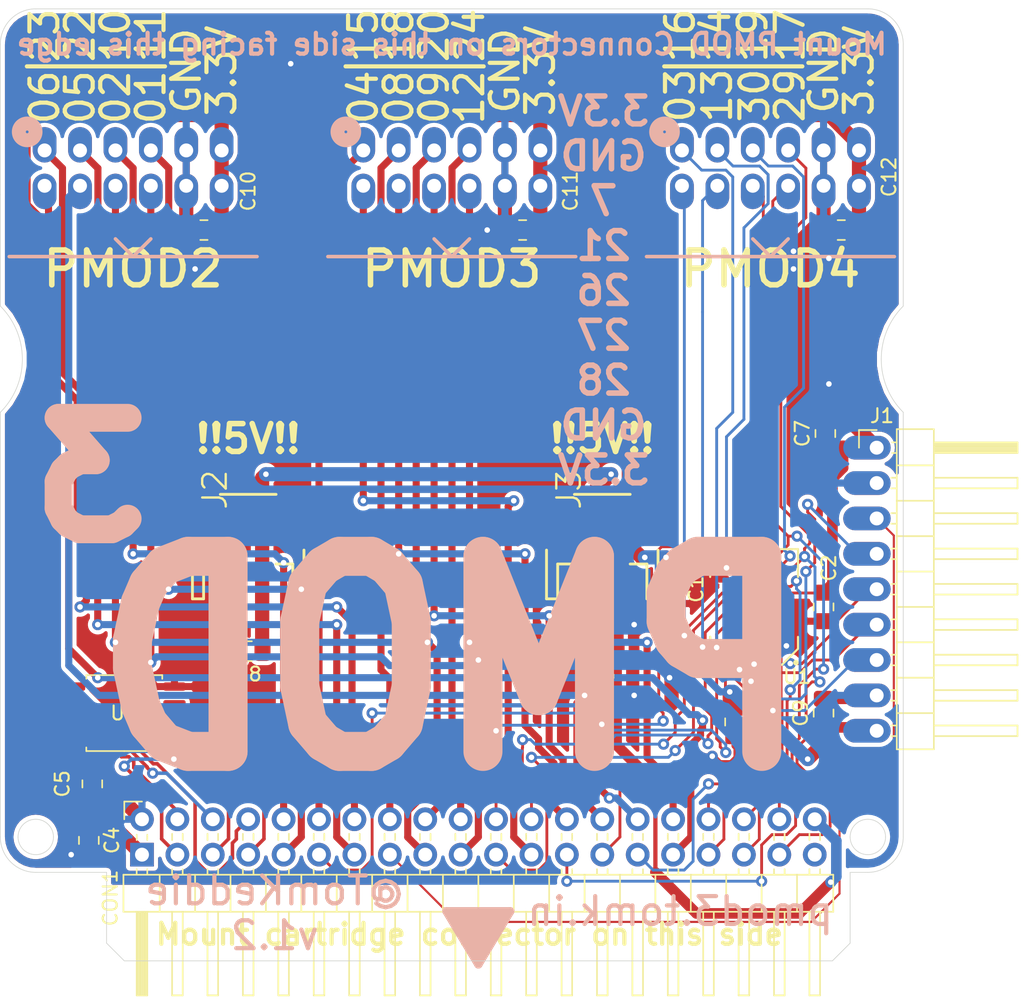
<source format=kicad_pcb>
(kicad_pcb (version 20171130) (host pcbnew 5.1.4+dfsg1-1)
  (layers (0 F.Cu signal) (31 B.Cu signal) (34 B.Paste user) (35 F.Paste user) (36 B.SilkS user) (37 F.SilkS user) (38 B.Mask user hide) (39 F.Mask user hide) (44 Edge.Cuts user))
  (net 0 "")
  (net 1 GND)
  (net 2 +3V3)
  (net 3 GENIO1_PL11D_N)
  (net 4 GENIO2_PL11C_P)
  (net 5 GENIO3_PL11B)
  (net 6 GENIO4_PT11A_P)
  (net 7 GENIO5_PT4B_N)
  (net 8 GENIO6_PT4A_P)
  (net 9 GENIO8_PT11B_N)
  (net 10 GENIO9_PT18A_P)
  (net 11 GENIO10_PT15A_P)
  (net 12 GENIO11_PT15B_N)
  (net 13 GENIO12_PT18B_N)
  (net 14 GENIO13_PT20A)
  (net 15 GENIO14_PT27A)
  (net 16 GENIO15_PT31A_P)
  (net 17 GENIO16_PT33A)
  (net 18 GENIO17_PT29A)
  (net 19 GENIO18_PT31B_N)
  (net 20 GENIO19_PT33B)
  (net 21 GENIO20_PT36A_P)
  (net 22 GENIO21_PT42A)
  (net 23 GENIO22_PT38B_N)
  (net 24 GENIO23_PT38A_P)
  (net 25 GENIO24_PT36B_N)
  (net 26 GENIO25_PR17B)
  (net 27 GENIO26_PR20B)
  (net 28 GENIO27_PT44A)
  (net 29 GENIO28_PT49A)
  (net 30 GENIO29_PR14B)
  (net 31 GENIO30_PT56B)
  (net 32 CS)
  (net 33 HOLD)
  (net 34 MISO)
  (net 35 SCK)
  (net 36 WP)
  (net 37 MOSI)
  (net 38 +5V)
  (net 39 GENIO7_PT6B)
  (module tom-semiconductors:BGA-24_5x5_6.0x8.0mm (layer F.Cu) (at 121.38 78.74 180)
    (fp_text reference U1 (at -3.08 -5) (layer F.SilkS))
    (fp_text value S70KL1281-pkl_memory)
    (pad B1 smd circle (at -2 -1 180) (size 0.4 0.4) (layers F.Cu F.Paste F.Mask) (net 28 GENIO27_PT44A))
    (pad C1 smd circle (at -2 0 180) (size 0.4 0.4) (layers F.Cu F.Paste F.Mask) (net 1 GND))
    (pad D1 smd circle (at -2 1 180) (size 0.4 0.4) (layers F.Cu F.Paste F.Mask) (net 2 +3V3))
    (pad E1 smd circle (at -2 2 180) (size 0.4 0.4) (layers F.Cu F.Paste F.Mask) (net 30 GENIO29_PR14B))
    (pad A2 smd circle (at -1 -2 180) (size 0.4 0.4) (layers F.Cu F.Paste F.Mask))
    (pad B2 smd circle (at -1 -1 180) (size 0.4 0.4) (layers F.Cu F.Paste F.Mask) (net 29 GENIO28_PT49A))
    (pad C2 smd circle (at -1 0 180) (size 0.4 0.4) (layers F.Cu F.Paste F.Mask))
    (pad D2 smd circle (at -1 1 180) (size 0.4 0.4) (layers F.Cu F.Paste F.Mask) (net 26 GENIO25_PR17B))
    (pad E2 smd circle (at -1 2 180) (size 0.4 0.4) (layers F.Cu F.Paste F.Mask) (net 31 GENIO30_PT56B))
    (pad A3 smd circle (at 0 -2 180) (size 0.4 0.4) (layers F.Cu F.Paste F.Mask) (net 27 GENIO26_PR20B))
    (pad B3 smd circle (at 0 -1 180) (size 0.4 0.4) (layers F.Cu F.Paste F.Mask) (net 1 GND))
    (pad C3 smd circle (at 0 0 180) (size 0.4 0.4) (layers F.Cu F.Paste F.Mask) (net 5 GENIO3_PL11B))
    (pad D3 smd circle (at 0 1 180) (size 0.4 0.4) (layers F.Cu F.Paste F.Mask) (net 20 GENIO19_PT33B))
    (pad E3 smd circle (at 0 2 180) (size 0.4 0.4) (layers F.Cu F.Paste F.Mask) (net 18 GENIO17_PT29A))
    (pad A4 smd circle (at 1 -2 180) (size 0.4 0.4) (layers F.Cu F.Paste F.Mask) (net 22 GENIO21_PT42A))
    (pad B4 smd circle (at 1 -1 180) (size 0.4 0.4) (layers F.Cu F.Paste F.Mask) (net 2 +3V3))
    (pad C4 smd circle (at 1 0 180) (size 0.4 0.4) (layers F.Cu F.Paste F.Mask) (net 15 GENIO14_PT27A))
    (pad D4 smd circle (at 1 1 180) (size 0.4 0.4) (layers F.Cu F.Paste F.Mask) (net 14 GENIO13_PT20A))
    (pad E4 smd circle (at 1 2 180) (size 0.4 0.4) (layers F.Cu F.Paste F.Mask) (net 2 +3V3))
    (pad A5 smd circle (at 2 -2 180) (size 0.4 0.4) (layers F.Cu F.Paste F.Mask))
    (pad B5 smd circle (at 2 -1 180) (size 0.4 0.4) (layers F.Cu F.Paste F.Mask))
    (pad C5 smd circle (at 2 0 180) (size 0.4 0.4) (layers F.Cu F.Paste F.Mask))
    (pad D5 smd circle (at 2 1 180) (size 0.4 0.4) (layers F.Cu F.Paste F.Mask) (net 17 GENIO16_PT33A))
    (pad E5 smd circle (at 2 2 180) (size 0.4 0.4) (layers F.Cu F.Paste F.Mask) (net 1 GND))
  )
  (module tom-connectors:JST-2-SMD (layer F.Cu) (at 110.49 73.66)
    (fp_text reference J3 (at -1.397 -1.778 -90) (layer F.SilkS) (effects (font (size 1.6891 1.6891) (thickness 0.16891)) (justify left bottom)))
    (fp_text value Conn_01x02)
    (pad NC2 smd rect (at 3.4 -1.5 90) (size 3.4 1.6) (layers F.Cu F.Paste F.Mask))
    (pad NC1 smd rect (at -3.4 -1.5 90) (size 3.4 1.6) (layers F.Cu F.Paste F.Mask))
    (pad 2 smd rect (at 1 3.7) (size 1 4.6) (layers F.Cu F.Paste F.Mask) (net 38 +5V))
    (pad 1 smd rect (at -1 3.7) (size 1 4.6) (layers F.Cu F.Paste F.Mask) (net 1 GND))
  )
  (module tom-connectors:JST-2-SMD (layer F.Cu) (at 85.09 73.66)
    (fp_text reference J2 (at -1.397 -1.778 -90) (layer F.SilkS) (effects (font (size 1.6891 1.6891) (thickness 0.16891)) (justify left bottom)))
    (fp_text value Conn_01x02)
    (pad NC2 smd rect (at 3.4 -1.5 90) (size 3.4 1.6) (layers F.Cu F.Paste F.Mask))
    (pad NC1 smd rect (at -3.4 -1.5 90) (size 3.4 1.6) (layers F.Cu F.Paste F.Mask))
    (pad 2 smd rect (at 1 3.7) (size 1 4.6) (layers F.Cu F.Paste F.Mask) (net 38 +5V))
    (pad 1 smd rect (at -1 3.7) (size 1 4.6) (layers F.Cu F.Paste F.Mask) (net 1 GND))
  )
  (module tom-connectors:PinHeader_1x09_P2.54mm_Horizontal (layer F.Cu) (at 130.175 67.31)
    (fp_text reference J1 (at 0.381 -2.286) (layer F.SilkS))
    (fp_text value Conn_01x09_Male)
    (pad 9 thru_hole oval (at 0 20.32) (size 3.4 1.7) (drill 1 (offset -0.7 0)) (layers *.Cu *.Mask) (net 2 +3V3))
    (pad 8 thru_hole oval (at 0 17.78) (size 3.4 1.7) (drill 1 (offset -0.7 0)) (layers *.Cu *.Mask) (net 1 GND))
    (pad 7 thru_hole oval (at 0 15.24) (size 3.4 1.7) (drill 1 (offset -0.7 0)) (layers *.Cu *.Mask) (net 29 GENIO28_PT49A))
    (pad 6 thru_hole oval (at 0 12.7) (size 3.4 1.7) (drill 1 (offset -0.7 0)) (layers *.Cu *.Mask) (net 28 GENIO27_PT44A))
    (pad 5 thru_hole oval (at 0 10.16) (size 3.4 1.7) (drill 1 (offset -0.7 0)) (layers *.Cu *.Mask) (net 27 GENIO26_PR20B))
    (pad 4 thru_hole oval (at 0 7.62) (size 3.4 1.7) (drill 1 (offset -0.7 0)) (layers *.Cu *.Mask) (net 22 GENIO21_PT42A))
    (pad 3 thru_hole oval (at 0 5.08) (size 3.4 1.7) (drill 1 (offset -0.7 0)) (layers *.Cu *.Mask) (net 39 GENIO7_PT6B))
    (pad 2 thru_hole oval (at 0 2.54) (size 3.4 1.7) (drill 1 (offset -0.7 0)) (layers *.Cu *.Mask) (net 1 GND))
    (pad 1 thru_hole oval (at 0 0) (size 3.4 1.7) (drill 1 (offset -0.7 0)) (layers *.Cu *.Mask) (net 2 +3V3))
  )
  (module tom-passives:C_0805_2012Metric_Pad1.15x1.40mm_HandSolder (layer F.Cu) (at 85.09 81.915 180)
    (fp_text reference C8 (at 0 -1.65) (layer F.SilkS))
    (fp_text value 10uF)
    (pad 2 smd roundrect (at 1.025 0 180) (size 1.15 1.4) (layers F.Cu F.Paste F.Mask) (roundrect_rratio 0.217391) (net 1 GND))
    (pad 1 smd roundrect (at -1.025 0 180) (size 1.15 1.4) (layers F.Cu F.Paste F.Mask) (roundrect_rratio 0.217391) (net 38 +5V))
  )
  (module tom-passives:C_0805_2012Metric_Pad1.15x1.40mm_HandSolder (layer F.Cu) (at 110.49 81.915 180)
    (fp_text reference C6 (at 0 -1.65) (layer F.SilkS))
    (fp_text value 10uF)
    (pad 2 smd roundrect (at 1.025 0 180) (size 1.15 1.4) (layers F.Cu F.Paste F.Mask) (roundrect_rratio 0.217391) (net 1 GND))
    (pad 1 smd roundrect (at -1.025 0 180) (size 1.15 1.4) (layers F.Cu F.Paste F.Mask) (roundrect_rratio 0.217391) (net 38 +5V))
  )
  (module tom-passives:C_0805_2012Metric_Pad1.15x1.40mm_HandSolder (layer F.Cu) (at 126.365 86.36 90)
    (fp_text reference C9 (at 0 -1.65 90) (layer F.SilkS))
    (fp_text value 10uF)
    (pad 2 smd roundrect (at 1.025 0 90) (size 1.15 1.4) (layers F.Cu F.Paste F.Mask) (roundrect_rratio 0.217391) (net 1 GND))
    (pad 1 smd roundrect (at -1.025 0 90) (size 1.15 1.4) (layers F.Cu F.Paste F.Mask) (roundrect_rratio 0.217391) (net 2 +3V3))
  )
  (module tom-passives:C_0805_2012Metric_Pad1.15x1.40mm_HandSolder (layer F.Cu) (at 126.492 66.294 90)
    (fp_text reference C7 (at 0 -1.65 90) (layer F.SilkS))
    (fp_text value 10uF)
    (pad 2 smd roundrect (at 1.025 0 90) (size 1.15 1.4) (layers F.Cu F.Paste F.Mask) (roundrect_rratio 0.217391) (net 1 GND))
    (pad 1 smd roundrect (at -1.025 0 90) (size 1.15 1.4) (layers F.Cu F.Paste F.Mask) (roundrect_rratio 0.217391) (net 2 +3V3))
  )
  (module tom-connectors:PinHeader_2x20_P2.54mm_Horizontal_Mirrored (layer F.Cu) (at 77.47 96.52 90)
    (fp_text reference CON1 (at -3.115 -2.27 -90) (layer F.SilkS))
    (fp_text value Conn_02x20_Odd_Even)
    (pad 1 thru_hole rect (at 0 0 90) (size 1.7 1.7) (drill 1) (layers *.Cu *.Mask) (net 2 +3V3))
    (pad 2 thru_hole oval (at 2.54 0 90) (size 1.7 1.7) (drill 1) (layers *.Cu *.Mask) (net 1 GND))
    (pad 3 thru_hole oval (at 0 2.54 90) (size 1.7 1.7) (drill 1) (layers *.Cu *.Mask) (net 32 CS))
    (pad 4 thru_hole oval (at 2.54 2.54 90) (size 1.7 1.7) (drill 1) (layers *.Cu *.Mask) (net 33 HOLD))
    (pad 5 thru_hole oval (at 0 5.08 90) (size 1.7 1.7) (drill 1) (layers *.Cu *.Mask) (net 34 MISO))
    (pad 6 thru_hole oval (at 2.54 5.08 90) (size 1.7 1.7) (drill 1) (layers *.Cu *.Mask) (net 35 SCK))
    (pad 7 thru_hole oval (at 0 7.62 90) (size 1.7 1.7) (drill 1) (layers *.Cu *.Mask) (net 36 WP))
    (pad 8 thru_hole oval (at 2.54 7.62 90) (size 1.7 1.7) (drill 1) (layers *.Cu *.Mask) (net 37 MOSI))
    (pad 9 thru_hole oval (at 0 10.16 90) (size 1.7 1.7) (drill 1) (layers *.Cu *.Mask) (net 3 GENIO1_PL11D_N))
    (pad 10 thru_hole oval (at 2.54 10.16 90) (size 1.7 1.7) (drill 1) (layers *.Cu *.Mask) (net 4 GENIO2_PL11C_P))
    (pad 11 thru_hole oval (at 0 12.7 90) (size 1.7 1.7) (drill 1) (layers *.Cu *.Mask) (net 5 GENIO3_PL11B))
    (pad 12 thru_hole oval (at 2.54 12.7 90) (size 1.7 1.7) (drill 1) (layers *.Cu *.Mask) (net 6 GENIO4_PT11A_P))
    (pad 13 thru_hole oval (at 0 15.24 90) (size 1.7 1.7) (drill 1) (layers *.Cu *.Mask) (net 7 GENIO5_PT4B_N))
    (pad 14 thru_hole oval (at 2.54 15.24 90) (size 1.7 1.7) (drill 1) (layers *.Cu *.Mask) (net 8 GENIO6_PT4A_P))
    (pad 15 thru_hole oval (at 0 17.78 90) (size 1.7 1.7) (drill 1) (layers *.Cu *.Mask) (net 39 GENIO7_PT6B))
    (pad 16 thru_hole oval (at 2.54 17.78 90) (size 1.7 1.7) (drill 1) (layers *.Cu *.Mask) (net 9 GENIO8_PT11B_N))
    (pad 17 thru_hole oval (at 0 20.32 90) (size 1.7 1.7) (drill 1) (layers *.Cu *.Mask) (net 10 GENIO9_PT18A_P))
    (pad 18 thru_hole oval (at 2.54 20.32 90) (size 1.7 1.7) (drill 1) (layers *.Cu *.Mask) (net 11 GENIO10_PT15A_P))
    (pad 19 thru_hole oval (at 0 22.86 90) (size 1.7 1.7) (drill 1) (layers *.Cu *.Mask) (net 12 GENIO11_PT15B_N))
    (pad 20 thru_hole oval (at 2.54 22.86 90) (size 1.7 1.7) (drill 1) (layers *.Cu *.Mask) (net 13 GENIO12_PT18B_N))
    (pad 21 thru_hole oval (at 0 25.4 90) (size 1.7 1.7) (drill 1) (layers *.Cu *.Mask) (net 14 GENIO13_PT20A))
    (pad 22 thru_hole oval (at 2.54 25.4 90) (size 1.7 1.7) (drill 1) (layers *.Cu *.Mask) (net 15 GENIO14_PT27A))
    (pad 23 thru_hole oval (at 0 27.94 90) (size 1.7 1.7) (drill 1) (layers *.Cu *.Mask) (net 16 GENIO15_PT31A_P))
    (pad 24 thru_hole oval (at 2.54 27.94 90) (size 1.7 1.7) (drill 1) (layers *.Cu *.Mask) (net 17 GENIO16_PT33A))
    (pad 25 thru_hole oval (at 0 30.48 90) (size 1.7 1.7) (drill 1) (layers *.Cu *.Mask) (net 18 GENIO17_PT29A))
    (pad 26 thru_hole oval (at 2.54 30.48 90) (size 1.7 1.7) (drill 1) (layers *.Cu *.Mask) (net 19 GENIO18_PT31B_N))
    (pad 27 thru_hole oval (at 0 33.02 90) (size 1.7 1.7) (drill 1) (layers *.Cu *.Mask) (net 20 GENIO19_PT33B))
    (pad 28 thru_hole oval (at 2.54 33.02 90) (size 1.7 1.7) (drill 1) (layers *.Cu *.Mask) (net 21 GENIO20_PT36A_P))
    (pad 29 thru_hole oval (at 0 35.56 90) (size 1.7 1.7) (drill 1) (layers *.Cu *.Mask) (net 22 GENIO21_PT42A))
    (pad 30 thru_hole oval (at 2.54 35.56 90) (size 1.7 1.7) (drill 1) (layers *.Cu *.Mask) (net 23 GENIO22_PT38B_N))
    (pad 31 thru_hole oval (at 0 38.1 90) (size 1.7 1.7) (drill 1) (layers *.Cu *.Mask) (net 24 GENIO23_PT38A_P))
    (pad 32 thru_hole oval (at 2.54 38.1 90) (size 1.7 1.7) (drill 1) (layers *.Cu *.Mask) (net 25 GENIO24_PT36B_N))
    (pad 33 thru_hole oval (at 0 40.64 90) (size 1.7 1.7) (drill 1) (layers *.Cu *.Mask) (net 26 GENIO25_PR17B))
    (pad 34 thru_hole oval (at 2.54 40.64 90) (size 1.7 1.7) (drill 1) (layers *.Cu *.Mask) (net 27 GENIO26_PR20B))
    (pad 35 thru_hole oval (at 0 43.18 90) (size 1.7 1.7) (drill 1) (layers *.Cu *.Mask) (net 28 GENIO27_PT44A))
    (pad 36 thru_hole oval (at 2.54 43.18 90) (size 1.7 1.7) (drill 1) (layers *.Cu *.Mask) (net 29 GENIO28_PT49A))
    (pad 37 thru_hole oval (at 0 45.72 90) (size 1.7 1.7) (drill 1) (layers *.Cu *.Mask) (net 30 GENIO29_PR14B))
    (pad 38 thru_hole oval (at 2.54 45.72 90) (size 1.7 1.7) (drill 1) (layers *.Cu *.Mask) (net 31 GENIO30_PT56B))
    (pad 39 thru_hole oval (at 0 48.26 90) (size 1.7 1.7) (drill 1) (layers *.Cu *.Mask))
    (pad 40 thru_hole oval (at 2.54 48.26 90) (size 1.7 1.7) (drill 1) (layers *.Cu *.Mask) (net 38 +5V))
  )
  (module tom-connectors:PMOD_2X6_PTH_RA_SOCKET (layer B.Cu) (at 122.555 47.245 180)
    (fp_text reference PMOD4 (at 0 -7.239 180) (layer F.SilkS) (effects (font (size 2.5 2.5) (thickness 0.4))))
    (fp_text value PMOD-2x6-FEMALE hide)
    (pad 12 thru_hole oval (at -6.35 -1.27 270) (size 2.54 1.7) (drill 1 (offset 0.4 0)) (layers *.Cu *.Mask) (net 2 +3V3))
    (pad 6 thru_hole oval (at -6.35 1.27 270) (size 2.54 1.7) (drill 1 (offset -0.4 0)) (layers *.Cu *.Mask) (net 2 +3V3))
    (pad 11 thru_hole oval (at -3.81 -1.27 270) (size 2.54 1.7) (drill 1 (offset 0.4 0)) (layers *.Cu *.Mask) (net 1 GND))
    (pad 5 thru_hole oval (at -3.81 1.27 270) (size 2.54 1.7) (drill 1 (offset -0.4 0)) (layers *.Cu *.Mask) (net 1 GND))
    (pad 10 thru_hole oval (at -1.27 -1.27 270) (size 2.54 1.7) (drill 1 (offset 0.4 0)) (layers *.Cu *.Mask) (net 18 GENIO17_PT29A))
    (pad 4 thru_hole oval (at -1.27 1.27 270) (size 2.54 1.7) (drill 1 (offset -0.4 0)) (layers *.Cu *.Mask) (net 30 GENIO29_PR14B))
    (pad 9 thru_hole oval (at 1.27 -1.27 270) (size 2.54 1.7) (drill 1 (offset 0.4 0)) (layers *.Cu *.Mask) (net 20 GENIO19_PT33B))
    (pad 3 thru_hole oval (at 1.27 1.27 270) (size 2.54 1.7) (drill 1 (offset -0.4 0)) (layers *.Cu *.Mask) (net 31 GENIO30_PT56B))
    (pad 8 thru_hole oval (at 3.81 -1.27 270) (size 2.54 1.7) (drill 1 (offset 0.4 0)) (layers *.Cu *.Mask) (net 15 GENIO14_PT27A))
    (pad 2 thru_hole oval (at 3.81 1.27 270) (size 2.54 1.7) (drill 1 (offset -0.4 0)) (layers *.Cu *.Mask) (net 14 GENIO13_PT20A))
    (pad 7 thru_hole oval (at 6.35 -1.27 270) (size 2.54 1.7) (drill 1 (offset 0.4 0)) (layers *.Cu *.Mask) (net 17 GENIO16_PT33A))
    (pad 1 thru_hole oval (at 6.35 1.27 270) (size 2.54 1.7) (drill 1 (offset -0.4 0)) (layers *.Cu *.Mask) (net 5 GENIO3_PL11B))
  )
  (module tom-connectors:PMOD_2X6_PTH_RA_SOCKET (layer B.Cu) (at 99.695 47.245 180)
    (fp_text reference PMOD3 (at 0 -7.239 180) (layer F.SilkS) (effects (font (size 2.5 2.5) (thickness 0.4))))
    (fp_text value PMOD-2x6-FEMALE hide)
    (pad 12 thru_hole oval (at -6.35 -1.27 270) (size 2.54 1.7) (drill 1 (offset 0.4 0)) (layers *.Cu *.Mask) (net 2 +3V3))
    (pad 6 thru_hole oval (at -6.35 1.27 270) (size 2.54 1.7) (drill 1 (offset -0.4 0)) (layers *.Cu *.Mask) (net 2 +3V3))
    (pad 11 thru_hole oval (at -3.81 -1.27 270) (size 2.54 1.7) (drill 1 (offset 0.4 0)) (layers *.Cu *.Mask) (net 1 GND))
    (pad 5 thru_hole oval (at -3.81 1.27 270) (size 2.54 1.7) (drill 1 (offset -0.4 0)) (layers *.Cu *.Mask) (net 1 GND))
    (pad 10 thru_hole oval (at -1.27 -1.27 270) (size 2.54 1.7) (drill 1 (offset 0.4 0)) (layers *.Cu *.Mask) (net 25 GENIO24_PT36B_N))
    (pad 4 thru_hole oval (at -1.27 1.27 270) (size 2.54 1.7) (drill 1 (offset -0.4 0)) (layers *.Cu *.Mask) (net 13 GENIO12_PT18B_N))
    (pad 9 thru_hole oval (at 1.27 -1.27 270) (size 2.54 1.7) (drill 1 (offset 0.4 0)) (layers *.Cu *.Mask) (net 21 GENIO20_PT36A_P))
    (pad 3 thru_hole oval (at 1.27 1.27 270) (size 2.54 1.7) (drill 1 (offset -0.4 0)) (layers *.Cu *.Mask) (net 10 GENIO9_PT18A_P))
    (pad 8 thru_hole oval (at 3.81 -1.27 270) (size 2.54 1.7) (drill 1 (offset 0.4 0)) (layers *.Cu *.Mask) (net 19 GENIO18_PT31B_N))
    (pad 2 thru_hole oval (at 3.81 1.27 270) (size 2.54 1.7) (drill 1 (offset -0.4 0)) (layers *.Cu *.Mask) (net 9 GENIO8_PT11B_N))
    (pad 7 thru_hole oval (at 6.35 -1.27 270) (size 2.54 1.7) (drill 1 (offset 0.4 0)) (layers *.Cu *.Mask) (net 16 GENIO15_PT31A_P))
    (pad 1 thru_hole oval (at 6.35 1.27 270) (size 2.54 1.7) (drill 1 (offset -0.4 0)) (layers *.Cu *.Mask) (net 6 GENIO4_PT11A_P))
  )
  (module tom-connectors:PMOD_2X6_PTH_RA_SOCKET (layer B.Cu) (at 76.835 47.245 180)
    (fp_text reference PMOD2 (at 0 -7.239 180) (layer F.SilkS) (effects (font (size 2.5 2.5) (thickness 0.4))))
    (fp_text value PMOD-2x6-FEMALE hide)
    (pad 12 thru_hole oval (at -6.35 -1.27 270) (size 2.54 1.7) (drill 1 (offset 0.4 0)) (layers *.Cu *.Mask) (net 2 +3V3))
    (pad 6 thru_hole oval (at -6.35 1.27 270) (size 2.54 1.7) (drill 1 (offset -0.4 0)) (layers *.Cu *.Mask) (net 2 +3V3))
    (pad 11 thru_hole oval (at -3.81 -1.27 270) (size 2.54 1.7) (drill 1 (offset 0.4 0)) (layers *.Cu *.Mask) (net 1 GND))
    (pad 5 thru_hole oval (at -3.81 1.27 270) (size 2.54 1.7) (drill 1 (offset -0.4 0)) (layers *.Cu *.Mask) (net 1 GND))
    (pad 10 thru_hole oval (at -1.27 -1.27 270) (size 2.54 1.7) (drill 1 (offset 0.4 0)) (layers *.Cu *.Mask) (net 12 GENIO11_PT15B_N))
    (pad 4 thru_hole oval (at -1.27 1.27 270) (size 2.54 1.7) (drill 1 (offset -0.4 0)) (layers *.Cu *.Mask) (net 3 GENIO1_PL11D_N))
    (pad 9 thru_hole oval (at 1.27 -1.27 270) (size 2.54 1.7) (drill 1 (offset 0.4 0)) (layers *.Cu *.Mask) (net 11 GENIO10_PT15A_P))
    (pad 3 thru_hole oval (at 1.27 1.27 270) (size 2.54 1.7) (drill 1 (offset -0.4 0)) (layers *.Cu *.Mask) (net 4 GENIO2_PL11C_P))
    (pad 8 thru_hole oval (at 3.81 -1.27 270) (size 2.54 1.7) (drill 1 (offset 0.4 0)) (layers *.Cu *.Mask) (net 23 GENIO22_PT38B_N))
    (pad 2 thru_hole oval (at 3.81 1.27 270) (size 2.54 1.7) (drill 1 (offset -0.4 0)) (layers *.Cu *.Mask) (net 7 GENIO5_PT4B_N))
    (pad 7 thru_hole oval (at 6.35 -1.27 270) (size 2.54 1.7) (drill 1 (offset 0.4 0)) (layers *.Cu *.Mask) (net 24 GENIO23_PT38A_P))
    (pad 1 thru_hole oval (at 6.35 1.27 270) (size 2.54 1.7) (drill 1 (offset -0.4 0)) (layers *.Cu *.Mask) (net 8 GENIO6_PT4A_P))
  )
  (module tom-semiconductors:SOIC-8_5.23x5.23mm_P1.27mm (layer F.Cu) (at 76.2 86.36 180)
    (fp_text reference U2 (at 0 0) (layer F.SilkS))
    (fp_text value W25Q128)
    (pad 8 smd roundrect (at 3.6 -1.905 180) (size 1.6 0.6) (layers F.Cu F.Paste F.Mask) (net 2 +3V3))
    (pad 7 smd roundrect (at 3.6 -0.635 180) (size 1.6 0.6) (layers F.Cu F.Paste F.Mask) (net 33 HOLD))
    (pad 6 smd roundrect (at 3.6 0.635 180) (size 1.6 0.6) (layers F.Cu F.Paste F.Mask) (net 35 SCK))
    (pad 5 smd roundrect (at 3.6 1.905 180) (size 1.6 0.6) (layers F.Cu F.Paste F.Mask) (net 37 MOSI))
    (pad 4 smd roundrect (at -3.6 1.905 180) (size 1.6 0.6) (layers F.Cu F.Paste F.Mask) (net 1 GND))
    (pad 3 smd roundrect (at -3.6 0.635 180) (size 1.6 0.6) (layers F.Cu F.Paste F.Mask) (net 36 WP))
    (pad 2 smd roundrect (at -3.6 -0.635 180) (size 1.6 0.6) (layers F.Cu F.Paste F.Mask) (net 34 MISO))
    (pad 1 smd roundrect (at -3.6 -1.905 180) (size 1.6 0.6) (layers F.Cu F.Paste F.Mask) (net 32 CS))
  )
  (module tom-passives:C_0805_2012Metric_Pad1.15x1.40mm_HandSolder (layer F.Cu) (at 127.635 51.69 180)
    (fp_text reference C12 (at -3.429 3.81 90) (layer F.SilkS))
    (fp_text value 10uF/10V)
    (pad 2 smd roundrect (at 1.025 0 180) (size 1.15 1.4) (layers F.Cu F.Paste F.Mask) (roundrect_rratio 0.217391) (net 1 GND))
    (pad 1 smd roundrect (at -1.025 0 180) (size 1.15 1.4) (layers F.Cu F.Paste F.Mask) (roundrect_rratio 0.217391) (net 2 +3V3))
  )
  (module tom-passives:C_0805_2012Metric_Pad1.15x1.40mm_HandSolder (layer F.Cu) (at 104.775 51.69 180)
    (fp_text reference C11 (at -3.429 2.794 90) (layer F.SilkS))
    (fp_text value 10uF/10V)
    (pad 2 smd roundrect (at 1.025 0 180) (size 1.15 1.4) (layers F.Cu F.Paste F.Mask) (roundrect_rratio 0.217391) (net 1 GND))
    (pad 1 smd roundrect (at -1.025 0 180) (size 1.15 1.4) (layers F.Cu F.Paste F.Mask) (roundrect_rratio 0.217391) (net 2 +3V3))
  )
  (module tom-passives:C_0805_2012Metric_Pad1.15x1.40mm_HandSolder (layer F.Cu) (at 81.915 51.69 180)
    (fp_text reference C10 (at -3.175 2.794 90) (layer F.SilkS))
    (fp_text value 10uF/10V)
    (pad 2 smd roundrect (at 1.025 0 180) (size 1.15 1.4) (layers F.Cu F.Paste F.Mask) (roundrect_rratio 0.217391) (net 1 GND))
    (pad 1 smd roundrect (at -1.025 0 180) (size 1.15 1.4) (layers F.Cu F.Paste F.Mask) (roundrect_rratio 0.217391) (net 2 +3V3))
  )
  (module tom-passives:C_0805_2012Metric_Pad1.15x1.40mm_HandSolder (layer F.Cu) (at 115.57 77.47 270)
    (fp_text reference C1 (at 0 -1.65 90) (layer F.SilkS))
    (fp_text value 100nF)
    (pad 2 smd roundrect (at 1.025 0 270) (size 1.15 1.4) (layers F.Cu F.Paste F.Mask) (roundrect_rratio 0.217391) (net 1 GND))
    (pad 1 smd roundrect (at -1.025 0 270) (size 1.15 1.4) (layers F.Cu F.Paste F.Mask) (roundrect_rratio 0.217391) (net 2 +3V3))
  )
  (module tom-passives:C_0805_2012Metric_Pad1.15x1.40mm_HandSolder (layer F.Cu) (at 73.905 91.44 270)
    (fp_text reference C5 (at 0 2.15 90) (layer F.SilkS))
    (fp_text value 100nF)
    (pad 2 smd roundrect (at 1.025 0 270) (size 1.15 1.4) (layers F.Cu F.Paste F.Mask) (roundrect_rratio 0.217391) (net 1 GND))
    (pad 1 smd roundrect (at -1.025 0 270) (size 1.15 1.4) (layers F.Cu F.Paste F.Mask) (roundrect_rratio 0.217391) (net 2 +3V3))
  )
  (module tom-passives:C_0805_2012Metric_Pad1.15x1.40mm_HandSolder (layer F.Cu) (at 73.66 95.495 270)
    (fp_text reference C4 (at 0 -1.65 90) (layer F.SilkS))
    (fp_text value 10uF)
    (pad 2 smd roundrect (at 1.025 0 270) (size 1.15 1.4) (layers F.Cu F.Paste F.Mask) (roundrect_rratio 0.217391) (net 1 GND))
    (pad 1 smd roundrect (at -1.025 0 270) (size 1.15 1.4) (layers F.Cu F.Paste F.Mask) (roundrect_rratio 0.217391) (net 2 +3V3))
  )
  (module tom-passives:C_0805_2012Metric_Pad1.15x1.40mm_HandSolder (layer F.Cu) (at 120.015 86.995 270)
    (fp_text reference C3 (at 0 -1.65 90) (layer F.SilkS))
    (fp_text value 100nF)
    (pad 2 smd roundrect (at 1.025 0 270) (size 1.15 1.4) (layers F.Cu F.Paste F.Mask) (roundrect_rratio 0.217391) (net 1 GND))
    (pad 1 smd roundrect (at -1.025 0 270) (size 1.15 1.4) (layers F.Cu F.Paste F.Mask) (roundrect_rratio 0.217391) (net 2 +3V3))
  )
  (module tom-passives:C_0805_2012Metric_Pad1.15x1.40mm_HandSolder (layer F.Cu) (at 126.365 78.74 270)
    (fp_text reference C2 (at -2.794 -0.381 90) (layer F.SilkS))
    (fp_text value 100nF)
    (pad 2 smd roundrect (at 1.025 0 270) (size 1.15 1.4) (layers F.Cu F.Paste F.Mask) (roundrect_rratio 0.217391) (net 1 GND))
    (pad 1 smd roundrect (at -1.025 0 270) (size 1.15 1.4) (layers F.Cu F.Paste F.Mask) (roundrect_rratio 0.217391) (net 2 +3V3))
  )
  (gr_text !!5V!! (at 110.49 66.675) (layer F.SilkS) (effects (font (size 2 2) (thickness 0.4))))
  (gr_text !!5V!! (at 85.09 66.675) (layer F.SilkS) (effects (font (size 2 2) (thickness 0.4))))
  (gr_line (start 132.08 49.15) (end 132.08 57.150002) (layer Edge.Cuts) (width 0.05))
  (gr_line (start 67.31 49.15) (end 67.31 57.15) (layer Edge.Cuts) (width 0.05))
  (gr_text pmod3.tomk.in (at 116.078 100.584) (layer B.SilkS) (effects (font (size 2 2) (thickness 0.3)) (justify mirror)))
  (gr_text "3.3V\nGND\n7\n21\n26\n27\n28\nGND\n3.3V" (at 110.5789 56.0451) (layer B.SilkS) (effects (font (size 2 2) (thickness 0.4)) (justify mirror)))
  (gr_line (start 74.93 97.79) (end 74.93 102.87) (layer Edge.Cuts) (width 0.05))
  (gr_line (start 128.27 97.79) (end 128.27 102.87) (layer Edge.Cuts) (width 0.05))
  (gr_line (start 132.08 38.355) (end 132.08 49.15) (layer Edge.Cuts) (width 0.05))
  (gr_line (start 67.31 49.15) (end 67.31 38.355) (layer Edge.Cuts) (width 0.05))
  (gr_text "Mount cartridge connector on this side" (at 100.965 102.235) (layer F.SilkS) (effects (font (size 1.5 1.5) (thickness 0.3))))
  (gr_line (start 69.85 35.815) (end 129.54 35.815) (layer Edge.Cuts) (width 0.05))
  (gr_text 3 (at 73.7743 69.5706) (layer B.SilkS) (effects (font (size 8 8) (thickness 2)) (justify mirror)))
  (gr_text PMOD (at 99.6442 82.7786) (layer B.SilkS) (effects (font (size 14 12) (thickness 2.8)) (justify mirror)))
  (gr_text "@TomKeddie\nv1.2" (at 86.995 100.711) (layer B.SilkS) (effects (font (size 2 2) (thickness 0.3)) (justify mirror)))
  (gr_text 17 (at 123.952 37.72 90) (layer F.SilkS) (effects (font (size 2 2) (thickness 0.3))))
  (gr_text "19\n" (at 121.285 37.72 90) (layer F.SilkS) (effects (font (size 2 2) (thickness 0.3))))
  (gr_text 14 (at 118.618 37.72 90) (layer F.SilkS) (effects (font (size 2 2) (thickness 0.3))))
  (gr_text 16 (at 116.078 37.72 90) (layer F.SilkS) (effects (font (size 2 2) (thickness 0.3))))
  (gr_text 13 (at 118.745 42.038 90) (layer F.SilkS) (effects (font (size 2 2) (thickness 0.3))))
  (gr_text 29 (at 123.952 42.038 90) (layer F.SilkS) (effects (font (size 2 2) (thickness 0.3))))
  (gr_text "03\n" (at 116.078 42.038 90) (layer F.SilkS) (effects (font (size 2 2) (thickness 0.3))))
  (gr_line (start 114.935 39.9425) (end 124.841 39.9425) (layer F.SilkS) (width 0.3))
  (gr_text 30 (at 121.412 42.038 90) (layer F.SilkS) (effects (font (size 2 2) (thickness 0.3))))
  (gr_text 15 (at 93.345 37.72 90) (layer F.SilkS) (effects (font (size 2 2) (thickness 0.3))))
  (gr_text 18 (at 95.885 37.72 90) (layer F.SilkS) (effects (font (size 2 2) (thickness 0.3))))
  (gr_text 20 (at 98.425 37.72 90) (layer F.SilkS) (effects (font (size 2 2) (thickness 0.3))))
  (gr_text 24 (at 100.965 37.72 90) (layer F.SilkS) (effects (font (size 2 2) (thickness 0.3))))
  (gr_text 12 (at 100.965 42.165 90) (layer F.SilkS) (effects (font (size 2 2) (thickness 0.3))))
  (gr_text 09 (at 98.425 42.165 90) (layer F.SilkS) (effects (font (size 2 2) (thickness 0.3))))
  (gr_line (start 92.075 39.9425) (end 101.981 39.9425) (layer F.SilkS) (width 0.3))
  (gr_text 04 (at 93.345 42.165 90) (layer F.SilkS) (effects (font (size 2 2) (thickness 0.3))))
  (gr_text 08 (at 95.885 42.165 90) (layer F.SilkS) (effects (font (size 2 2) (thickness 0.3))))
  (gr_line (start 69.215 39.9425) (end 79.121 39.9425) (layer F.SilkS) (width 0.3))
  (gr_text GND (at 126.365 40.26 90) (layer F.SilkS) (effects (font (size 2 2) (thickness 0.3))))
  (gr_text GND (at 103.505 40.26 90) (layer F.SilkS) (effects (font (size 2 2) (thickness 0.3))))
  (gr_text 3.3V (at 128.905 40.26 90) (layer F.SilkS) (effects (font (size 2 2) (thickness 0.3))))
  (gr_text 3.3V (at 106.045 40.26 90) (layer F.SilkS) (effects (font (size 2 2) (thickness 0.3))))
  (gr_text 3.3V (at 83.185 40.26 90) (layer F.SilkS) (effects (font (size 2 2) (thickness 0.3))))
  (gr_text GND (at 80.645 40.26 90) (layer F.SilkS) (effects (font (size 2 2) (thickness 0.3))))
  (gr_text 11 (at 78.105 37.72 90) (layer F.SilkS) (effects (font (size 2 2) (thickness 0.3))))
  (gr_text 10 (at 75.565 37.72 90) (layer F.SilkS) (effects (font (size 2 2) (thickness 0.3))))
  (gr_text 22 (at 73.025 37.72 90) (layer F.SilkS) (effects (font (size 2 2) (thickness 0.3))))
  (gr_text 23 (at 70.485 37.72 90) (layer F.SilkS) (effects (font (size 2 2) (thickness 0.3))))
  (gr_text 01 (at 78.105 42.165 90) (layer F.SilkS) (effects (font (size 2 2) (thickness 0.3))))
  (gr_text 02 (at 75.565 42.165 90) (layer F.SilkS) (effects (font (size 2 2) (thickness 0.3))))
  (gr_text 05 (at 73.025 42.165 90) (layer F.SilkS) (effects (font (size 2 2) (thickness 0.3))))
  (gr_text 06 (at 70.485 42.165 90) (layer F.SilkS) (effects (font (size 2 2) (thickness 0.3))))
  (gr_text "Mount PMOD Connectors on this side facing this edge" (at 99.695 38.355) (layer B.SilkS) (effects (font (size 1.5 1.5) (thickness 0.3)) (justify mirror)))
  (gr_line (start 101.473 103.886) (end 101.727 103.886) (layer B.SilkS) (width 0.6))
  (gr_line (start 101.219 103.505) (end 101.981 103.505) (layer B.SilkS) (width 0.6))
  (gr_line (start 100.965 102.997) (end 102.235 102.997) (layer B.SilkS) (width 0.6))
  (gr_line (start 100.711 102.489) (end 102.489 102.489) (layer B.SilkS) (width 0.6))
  (gr_line (start 100.33 101.981) (end 102.87 101.981) (layer B.SilkS) (width 0.6))
  (gr_line (start 100.076 101.473) (end 103.124 101.473) (layer B.SilkS) (width 0.6))
  (gr_line (start 99.822 100.965) (end 103.505 100.965) (layer B.SilkS) (width 0.6))
  (gr_line (start 103.886 100.584) (end 101.6 104.394) (layer B.SilkS) (width 0.6))
  (gr_line (start 99.314 100.584) (end 103.886 100.584) (layer B.SilkS) (width 0.6))
  (gr_line (start 101.6 104.394) (end 99.314 100.584) (layer B.SilkS) (width 0.6))
  (gr_arc (start 69.85 95.25) (end 67.31 95.25) (angle -89.99997744) (layer Edge.Cuts) (width 0.05))
  (gr_arc (start 129.539999 95.25) (end 129.539999 97.789999) (angle -89.99997744) (layer Edge.Cuts) (width 0.05))
  (gr_arc (start 129.539999 95.25) (end 128.27 95.25) (angle -180) (layer Edge.Cuts) (width 0.05))
  (gr_arc (start 129.54 95.25) (end 130.81 95.25) (angle -180) (layer Edge.Cuts) (width 0.05))
  (gr_arc (start 69.85 95.25) (end 71.12 95.25) (angle -180) (layer Edge.Cuts) (width 0.05))
  (gr_arc (start 69.849999 95.25) (end 68.58 95.25) (angle -180) (layer Edge.Cuts) (width 0.05))
  (gr_arc (start 63.500001 60.959999) (end 67.31 64.769998) (angle -90) (layer Edge.Cuts) (width 0.05))
  (gr_arc (start 135.889999 60.960001) (end 132.08 57.150002) (angle -90) (layer Edge.Cuts) (width 0.05))
  (gr_arc (start 69.85 38.355) (end 69.85 35.815) (angle -90) (layer Edge.Cuts) (width 0.05))
  (gr_arc (start 129.54 38.355) (end 132.08 38.355) (angle -90) (layer Edge.Cuts) (width 0.05))
  (gr_line (start 128.27 97.79) (end 129.54 97.79) (layer Edge.Cuts) (width 0.05))
  (gr_line (start 67.31 95.25) (end 67.31 64.769998) (layer Edge.Cuts) (width 0.05))
  (gr_line (start 74.93 97.79) (end 69.849999 97.79) (layer Edge.Cuts) (width 0.05))
  (gr_line (start 76.2 104.14) (end 74.93 102.87) (layer Edge.Cuts) (width 0.05))
  (gr_line (start 132.08 95.25) (end 132.08 64.77) (layer Edge.Cuts) (width 0.05))
  (gr_line (start 127 104.14) (end 128.27 102.87) (layer Edge.Cuts) (width 0.05))
  (gr_line (start 76.2 104.14) (end 127 104.14) (layer Edge.Cuts) (width 0.05))
  (segment (start 120.015 88.02) (end 119.625 88.02) (width 0.508) (layer F.Cu) (net 1))
  (segment (start 120.925999 80.935262) (end 120.554777 81.306483) (width 0.2032) (layer F.Cu) (net 1))
  (segment (start 120.554777 81.306483) (end 120.554777 83.018657) (width 0.2032) (layer F.Cu) (net 1))
  (segment (start 121.38 79.74) (end 120.925999 80.194001) (width 0.2032) (layer F.Cu) (net 1))
  (segment (start 120.925999 80.194001) (end 120.925999 80.935262) (width 0.2032) (layer F.Cu) (net 1))
  (via (at 120.334137 83.239297) (size 0.8) (drill 0.4) (layers F.Cu B.Cu) (net 1))
  (segment (start 120.554777 83.018657) (end 120.334137 83.239297) (width 0.2032) (layer F.Cu) (net 1))
  (segment (start 126.365 51.445) (end 126.61 51.69) (width 1.016) (layer F.Cu) (net 1))
  (segment (start 126.365 48.515) (end 126.365 51.445) (width 1.016) (layer F.Cu) (net 1))
  (segment (start 80.645 51.445) (end 80.89 51.69) (width 1.016) (layer F.Cu) (net 1))
  (segment (start 80.645 48.515) (end 80.645 51.445) (width 1.016) (layer F.Cu) (net 1))
  (segment (start 103.505 51.445) (end 103.75 51.69) (width 1.016) (layer F.Cu) (net 1))
  (segment (start 103.505 48.515) (end 103.505 51.445) (width 1.016) (layer F.Cu) (net 1))
  (segment (start 75.955 92.465) (end 77.47 93.98) (width 1.016) (layer F.Cu) (net 1))
  (segment (start 73.905 92.465) (end 75.955 92.465) (width 1.016) (layer F.Cu) (net 1))
  (via (at 72.39 96.52) (size 0.8) (drill 0.4) (layers F.Cu B.Cu) (net 1))
  (via (at 81.28 54.484) (size 0.8) (drill 0.4) (layers F.Cu B.Cu) (net 1))
  (via (at 102.235 51.69) (size 0.8) (drill 0.4) (layers F.Cu B.Cu) (net 1))
  (segment (start 129.93 85.335) (end 130.175 85.09) (width 0.762) (layer F.Cu) (net 1))
  (segment (start 126.365 85.335) (end 129.93 85.335) (width 0.762) (layer F.Cu) (net 1))
  (segment (start 119.38 76.74) (end 117.888 76.74) (width 0.508) (layer F.Cu) (net 1))
  (via (at 112.776 80.01) (size 0.8) (drill 0.4) (layers F.Cu B.Cu) (net 1))
  (segment (start 124.351999 79.711999) (end 124.351999 80.626001) (width 0.508) (layer F.Cu) (net 1))
  (segment (start 130.175 85.09) (end 130.302 85.09) (width 0.508) (layer B.Cu) (net 1))
  (via (at 123.698 81.534) (size 0.8) (drill 0.4) (layers F.Cu B.Cu) (net 1))
  (segment (start 112.776 81.984315) (end 112.776 82.55) (width 0.762) (layer F.Cu) (net 1))
  (segment (start 112.769788 81.978103) (end 112.776 81.984315) (width 0.762) (layer F.Cu) (net 1))
  (segment (start 112.776 80.575685) (end 112.769788 80.581897) (width 0.762) (layer F.Cu) (net 1))
  (segment (start 112.769788 80.581897) (end 112.769788 81.978103) (width 0.762) (layer F.Cu) (net 1))
  (segment (start 112.776 80.01) (end 112.776 80.575685) (width 0.762) (layer F.Cu) (net 1))
  (via (at 112.776 85.09) (size 0.8) (drill 0.4) (layers F.Cu B.Cu) (net 1))
  (via (at 115.316 83.82) (size 0.8) (drill 0.4) (layers F.Cu B.Cu) (net 1))
  (segment (start 115.57 78.495) (end 115.57 83.566) (width 0.508) (layer F.Cu) (net 1))
  (segment (start 115.57 83.566) (end 115.316 83.82) (width 0.508) (layer F.Cu) (net 1))
  (segment (start 120.015 88.695) (end 120.155776 88.835776) (width 0.508) (layer F.Cu) (net 1))
  (segment (start 120.015 88.02) (end 120.015 88.695) (width 0.508) (layer F.Cu) (net 1))
  (segment (start 120.155776 89.57182) (end 119.736448 89.991148) (width 0.508) (layer F.Cu) (net 1))
  (segment (start 120.155776 88.835776) (end 120.155776 89.57182) (width 0.508) (layer F.Cu) (net 1))
  (segment (start 118.916642 89.991148) (end 118.379683 89.454189) (width 0.508) (layer F.Cu) (net 1))
  (segment (start 119.736448 89.991148) (end 118.916642 89.991148) (width 0.508) (layer F.Cu) (net 1))
  (via (at 118.379683 89.454189) (size 0.8) (drill 0.4) (layers F.Cu B.Cu) (net 1))
  (via (at 124.206 54.484) (size 0.8) (drill 0.4) (layers F.Cu B.Cu) (net 1))
  (via (at 126.746 53.722) (size 0.8) (drill 0.4) (layers F.Cu B.Cu) (net 1))
  (via (at 126.746 62.738) (size 0.8) (drill 0.4) (layers F.Cu B.Cu) (net 1))
  (via (at 124.206 53.214) (size 0.8) (drill 0.4) (layers F.Cu B.Cu) (net 1))
  (via (at 88.138 39.752) (size 0.8) (drill 0.4) (layers F.Cu B.Cu) (net 1))
  (segment (start 125.705 77.74) (end 125.975 77.47) (width 0.2032) (layer F.Cu) (net 2))
  (segment (start 123.38 77.74) (end 125.705 77.74) (width 0.2032) (layer F.Cu) (net 2))
  (segment (start 119.324524 82.778077) (end 119.324524 85.279524) (width 0.2032) (layer F.Cu) (net 2))
  (segment (start 119.324524 85.279524) (end 120.015 85.97) (width 0.2032) (layer F.Cu) (net 2))
  (segment (start 119.834001 80.614077) (end 119.834001 82.2686) (width 0.2032) (layer F.Cu) (net 2))
  (segment (start 119.834001 82.2686) (end 119.324524 82.778077) (width 0.2032) (layer F.Cu) (net 2))
  (segment (start 120.38 80.068078) (end 119.834001 80.614077) (width 0.2032) (layer F.Cu) (net 2))
  (segment (start 120.38 79.74) (end 120.38 80.068078) (width 0.2032) (layer F.Cu) (net 2))
  (segment (start 75.42 94.47) (end 73.66 94.47) (width 1.016) (layer F.Cu) (net 2))
  (segment (start 77.47 96.52) (end 75.42 94.47) (width 1.016) (layer F.Cu) (net 2))
  (segment (start 83.185 43.435) (end 83.185 45.975) (width 1.016) (layer F.Cu) (net 2))
  (segment (start 128.905 45.558958) (end 128.905 45.975) (width 1.016) (layer F.Cu) (net 2))
  (segment (start 126.781042 43.435) (end 128.905 45.558958) (width 1.016) (layer F.Cu) (net 2))
  (segment (start 106.045 43.435) (end 106.045 45.975) (width 1.016) (layer F.Cu) (net 2))
  (segment (start 83.185 43.435) (end 106.045 43.435) (width 1.016) (layer F.Cu) (net 2))
  (segment (start 106.045 45.975) (end 106.045 48.515) (width 1.016) (layer F.Cu) (net 2))
  (segment (start 106.045 51.445) (end 105.8 51.69) (width 1.016) (layer F.Cu) (net 2))
  (segment (start 106.045 48.515) (end 106.045 51.445) (width 1.016) (layer F.Cu) (net 2))
  (segment (start 128.905 45.975) (end 128.905 48.515) (width 1.016) (layer F.Cu) (net 2))
  (segment (start 128.905 51.445) (end 128.66 51.69) (width 1.016) (layer F.Cu) (net 2))
  (segment (start 128.905 48.515) (end 128.905 51.445) (width 1.016) (layer F.Cu) (net 2))
  (segment (start 83.185 45.975) (end 83.185 48.515) (width 1.016) (layer F.Cu) (net 2))
  (segment (start 83.185 51.445) (end 82.94 51.69) (width 1.016) (layer F.Cu) (net 2))
  (segment (start 83.185 48.515) (end 83.185 51.445) (width 1.016) (layer F.Cu) (net 2))
  (segment (start 128.66 65.795) (end 130.175 67.31) (width 1.016) (layer F.Cu) (net 2))
  (segment (start 128.66 59.69) (end 128.66 65.795) (width 1.016) (layer F.Cu) (net 2))
  (segment (start 72.6 89.11) (end 73.905 90.415) (width 0.3048) (layer F.Cu) (net 2))
  (segment (start 72.6 88.265) (end 72.6 89.11) (width 0.3048) (layer F.Cu) (net 2))
  (segment (start 73.905 90.415) (end 73.105 90.415) (width 1.016) (layer F.Cu) (net 2))
  (segment (start 73.105 90.415) (end 71.51 92.01) (width 1.016) (layer F.Cu) (net 2))
  (segment (start 73.66 94.47) (end 71.51 92.32) (width 1.016) (layer F.Cu) (net 2))
  (segment (start 71.51 92.01) (end 71.51 92.32) (width 1.016) (layer F.Cu) (net 2))
  (segment (start 129.93 87.385) (end 130.175 87.63) (width 0.762) (layer F.Cu) (net 2))
  (segment (start 126.365 87.385) (end 129.93 87.385) (width 0.762) (layer F.Cu) (net 2))
  (segment (start 112.395 43.435) (end 126.781042 43.435) (width 1.016) (layer F.Cu) (net 2))
  (segment (start 106.045 43.435) (end 112.395 43.435) (width 1.016) (layer F.Cu) (net 2))
  (segment (start 120.38 76.74) (end 120.38 75.945557) (width 0.2032) (layer F.Cu) (net 2))
  (segment (start 120.38 75.945557) (end 119.714289 75.279846) (width 0.2032) (layer F.Cu) (net 2))
  (segment (start 119.714289 75.279846) (end 116.735154 75.279846) (width 0.2032) (layer F.Cu) (net 2))
  (segment (start 115.57 75.692) (end 115.062 75.184) (width 1.016) (layer F.Cu) (net 2))
  (segment (start 112.395 51.435) (end 112.395 74.276278) (width 1.016) (layer F.Cu) (net 2))
  (via (at 115.062 75.184) (size 0.8) (drill 0.4) (layers F.Cu B.Cu) (net 2))
  (segment (start 115.57 76.445) (end 115.57 75.692) (width 1.016) (layer F.Cu) (net 2))
  (segment (start 115.062 75.184) (end 113.538 75.184) (width 1.016) (layer B.Cu) (net 2))
  (via (at 113.538 75.184) (size 0.8) (drill 0.4) (layers F.Cu B.Cu) (net 2))
  (segment (start 113.302722 75.184) (end 113.53798 75.184) (width 1.016) (layer F.Cu) (net 2))
  (segment (start 112.395 74.276278) (end 113.302722 75.184) (width 1.016) (layer F.Cu) (net 2))
  (via (at 119.634 84.836) (size 0.8) (drill 0.4) (layers F.Cu B.Cu) (net 2))
  (segment (start 122.682 87.63) (end 119.888 84.836) (width 1.016) (layer B.Cu) (net 2))
  (segment (start 119.888 84.836) (end 119.634 84.836) (width 1.016) (layer B.Cu) (net 2))
  (segment (start 119.634 85.589) (end 120.015 85.97) (width 1.016) (layer F.Cu) (net 2))
  (segment (start 119.634 84.836) (end 119.634 85.589) (width 1.016) (layer F.Cu) (net 2))
  (via (at 125.222 89.662) (size 0.8) (drill 0.4) (layers F.Cu B.Cu) (net 2))
  (segment (start 126.365 88.519) (end 125.222 89.662) (width 1.016) (layer F.Cu) (net 2))
  (segment (start 126.365 87.385) (end 126.365 88.519) (width 1.016) (layer F.Cu) (net 2))
  (segment (start 123.19 87.63) (end 122.682 87.63) (width 1.016) (layer B.Cu) (net 2))
  (segment (start 125.222 89.662) (end 123.19 87.63) (width 1.016) (layer B.Cu) (net 2))
  (segment (start 118.948526 84.836) (end 119.634 84.836) (width 0.508) (layer B.Cu) (net 2))
  (segment (start 114.509599 80.397073) (end 118.948526 84.836) (width 0.508) (layer B.Cu) (net 2))
  (segment (start 114.509599 75.736401) (end 114.509599 80.397073) (width 0.508) (layer B.Cu) (net 2))
  (segment (start 115.062 75.184) (end 114.509599 75.736401) (width 0.508) (layer B.Cu) (net 2))
  (segment (start 116.639308 75.184) (end 115.062 75.184) (width 0.2032) (layer F.Cu) (net 2))
  (segment (start 116.735154 75.279846) (end 116.639308 75.184) (width 0.2032) (layer F.Cu) (net 2))
  (segment (start 126.492 77.588) (end 126.365 77.715) (width 0.508) (layer F.Cu) (net 2))
  (segment (start 126.365 77.715) (end 127 77.08) (width 0.762) (layer F.Cu) (net 2))
  (segment (start 127.762 68.756563) (end 127.762 67.31) (width 0.762) (layer F.Cu) (net 2))
  (segment (start 127 69.518563) (end 127.762 68.756563) (width 0.762) (layer F.Cu) (net 2))
  (segment (start 127 77.08) (end 127 69.518563) (width 0.762) (layer F.Cu) (net 2))
  (segment (start 130.175 67.31) (end 127.762 67.31) (width 1.016) (layer F.Cu) (net 2))
  (segment (start 127.762 67.31) (end 126.61 67.31) (width 1.016) (layer F.Cu) (net 2))
  (segment (start 70.068958 43.435) (end 83.185 43.435) (width 1.016) (layer F.Cu) (net 2))
  (segment (start 69.85 90.66) (end 69.85 50.836042) (width 1.016) (layer F.Cu) (net 2))
  (segment (start 71.51 92.32) (end 69.85 90.66) (width 1.016) (layer F.Cu) (net 2))
  (segment (start 68.97459 44.529368) (end 70.068958 43.435) (width 1.016) (layer F.Cu) (net 2))
  (segment (start 69.85 50.836042) (end 68.97459 49.960632) (width 1.016) (layer F.Cu) (net 2))
  (segment (start 68.97459 49.960632) (end 68.97459 44.529368) (width 1.016) (layer F.Cu) (net 2))
  (segment (start 106.423372 51.066628) (end 112.026628 51.066628) (width 1.016) (layer F.Cu) (net 2))
  (segment (start 112.026628 51.066628) (end 112.395 51.435) (width 1.016) (layer F.Cu) (net 2))
  (segment (start 105.8 51.69) (end 106.423372 51.066628) (width 1.016) (layer F.Cu) (net 2))
  (segment (start 128.66 59.69) (end 128.66 51.69) (width 1.016) (layer F.Cu) (net 2))
  (via (at 88.9 77.47) (size 0.8) (drill 0.4) (layers F.Cu B.Cu) (net 3))
  (segment (start 87.63 96.52) (end 88.9 95.25) (width 0.508) (layer F.Cu) (net 3))
  (segment (start 88.9 95.25) (end 88.9 77.47) (width 0.508) (layer F.Cu) (net 3))
  (via (at 79.375 77.47) (size 0.8) (drill 0.4) (layers F.Cu B.Cu) (net 3))
  (segment (start 88.9 77.47) (end 79.375 77.47) (width 0.508) (layer B.Cu) (net 3))
  (segment (start 79.375 77.47) (end 79.375 55.245) (width 0.508) (layer F.Cu) (net 3))
  (segment (start 79.375 47.245) (end 78.105 45.975) (width 0.508) (layer F.Cu) (net 3))
  (segment (start 79.38859 47.25859) (end 79.375 47.245) (width 0.508) (layer F.Cu) (net 3))
  (segment (start 79.38859 55.23141) (end 79.38859 47.25859) (width 0.508) (layer F.Cu) (net 3))
  (segment (start 79.375 55.245) (end 79.38859 55.23141) (width 0.508) (layer F.Cu) (net 3))
  (via (at 87.63 75.565) (size 0.8) (drill 0.4) (layers F.Cu B.Cu) (net 4))
  (segment (start 87.63 93.98) (end 87.63 75.565) (width 0.508) (layer F.Cu) (net 4))
  (via (at 76.835 74.93) (size 0.8) (drill 0.4) (layers F.Cu B.Cu) (net 4))
  (segment (start 87.63 75.565) (end 86.995 74.93) (width 0.508) (layer B.Cu) (net 4))
  (segment (start 86.995 74.93) (end 76.835 74.93) (width 0.508) (layer B.Cu) (net 4))
  (segment (start 76.835 47.245) (end 75.565 45.975) (width 0.508) (layer F.Cu) (net 4))
  (segment (start 76.835 74.93) (end 76.835 47.245) (width 0.508) (layer F.Cu) (net 4))
  (via (at 93.98 86.36) (size 0.8) (drill 0.4) (layers F.Cu B.Cu) (net 5))
  (segment (start 93.98 96.883922) (end 93.98 86.36) (width 0.2032) (layer F.Cu) (net 5))
  (segment (start 93.239921 97.624001) (end 93.98 96.883922) (width 0.2032) (layer F.Cu) (net 5))
  (segment (start 91.274001 97.624001) (end 93.239921 97.624001) (width 0.2032) (layer F.Cu) (net 5))
  (segment (start 90.17 96.52) (end 91.274001 97.624001) (width 0.2032) (layer F.Cu) (net 5))
  (segment (start 119.195999 80.194001) (end 118.695284 80.694716) (width 0.2032) (layer F.Cu) (net 5))
  (segment (start 120.195999 79.194001) (end 119.834001 79.555999) (width 0.2032) (layer F.Cu) (net 5))
  (segment (start 120.925999 79.194001) (end 120.195999 79.194001) (width 0.2032) (layer F.Cu) (net 5))
  (segment (start 119.597921 80.194001) (end 119.195999 80.194001) (width 0.2032) (layer F.Cu) (net 5))
  (segment (start 118.695284 80.694716) (end 118.695284 81.652117) (width 0.2032) (layer F.Cu) (net 5))
  (segment (start 119.834001 79.957921) (end 119.597921 80.194001) (width 0.2032) (layer F.Cu) (net 5))
  (segment (start 121.38 78.74) (end 120.925999 79.194001) (width 0.2032) (layer F.Cu) (net 5))
  (segment (start 119.834001 79.555999) (end 119.834001 79.957921) (width 0.2032) (layer F.Cu) (net 5))
  (via (at 118.695284 81.652117) (size 0.8) (drill 0.4) (layers F.Cu B.Cu) (net 5))
  (segment (start 93.98 86.36) (end 108.684874 86.36) (width 0.2032) (layer B.Cu) (net 5))
  (segment (start 111.088022 87.579505) (end 118.309818 87.579505) (width 0.2032) (layer B.Cu) (net 5))
  (segment (start 110.851733 87.815794) (end 111.088022 87.579505) (width 0.2032) (layer B.Cu) (net 5))
  (segment (start 118.309818 87.579505) (end 119.349374 88.619061) (width 0.2032) (layer B.Cu) (net 5))
  (segment (start 110.140668 87.815794) (end 110.851733 87.815794) (width 0.2032) (layer B.Cu) (net 5))
  (segment (start 118.949375 88.460328) (end 118.949375 88.784747) (width 0.2032) (layer F.Cu) (net 5))
  (segment (start 118.695284 88.206237) (end 118.949375 88.460328) (width 0.2032) (layer F.Cu) (net 5))
  (segment (start 118.695284 81.652117) (end 118.695284 88.206237) (width 0.2032) (layer F.Cu) (net 5))
  (segment (start 108.684874 86.36) (end 110.140668 87.815794) (width 0.2032) (layer B.Cu) (net 5))
  (segment (start 119.349374 88.619061) (end 119.349374 89.184746) (width 0.2032) (layer B.Cu) (net 5))
  (via (at 119.349374 89.184746) (size 0.8) (drill 0.4) (layers F.Cu B.Cu) (net 5))
  (segment (start 118.949375 88.784747) (end 119.349374 89.184746) (width 0.2032) (layer F.Cu) (net 5))
  (segment (start 117.62099 47.39099) (end 116.205 45.975) (width 0.2032) (layer B.Cu) (net 5))
  (segment (start 118.695284 65.931021) (end 119.84901 64.777295) (width 0.2032) (layer B.Cu) (net 5))
  (segment (start 118.695284 81.652117) (end 118.695284 65.931021) (width 0.2032) (layer B.Cu) (net 5))
  (segment (start 119.84901 64.777295) (end 119.84901 47.88) (width 0.2032) (layer B.Cu) (net 5))
  (segment (start 119.84901 47.88) (end 119.36 47.39099) (width 0.2032) (layer B.Cu) (net 5))
  (segment (start 119.36 47.39099) (end 117.62099 47.39099) (width 0.2032) (layer B.Cu) (net 5))
  (segment (start 90.39275 48.92725) (end 93.345 45.975) (width 0.508) (layer F.Cu) (net 6))
  (segment (start 90.17 49.15) (end 90.39275 48.92725) (width 0.508) (layer F.Cu) (net 6))
  (segment (start 90.17 93.98) (end 90.17 49.15) (width 0.508) (layer F.Cu) (net 6))
  (via (at 91.44 80.01) (size 0.8) (drill 0.4) (layers F.Cu B.Cu) (net 7))
  (segment (start 92.71 96.52) (end 91.44 95.25) (width 0.508) (layer F.Cu) (net 7))
  (segment (start 91.44 95.25) (end 91.44 80.01) (width 0.508) (layer F.Cu) (net 7))
  (via (at 74.295 80.01) (size 0.8) (drill 0.4) (layers F.Cu B.Cu) (net 7))
  (segment (start 91.44 80.01) (end 74.295 80.01) (width 0.508) (layer B.Cu) (net 7))
  (segment (start 74.295 80.01) (end 74.295 55.245) (width 0.508) (layer F.Cu) (net 7))
  (segment (start 74.295 47.245) (end 73.025 45.975) (width 0.508) (layer F.Cu) (net 7))
  (segment (start 74.30859 47.25859) (end 74.295 47.245) (width 0.508) (layer F.Cu) (net 7))
  (segment (start 74.30859 55.23141) (end 74.30859 47.25859) (width 0.508) (layer F.Cu) (net 7))
  (segment (start 74.295 55.245) (end 74.30859 55.23141) (width 0.508) (layer F.Cu) (net 7))
  (via (at 91.44 78.74) (size 0.8) (drill 0.4) (layers F.Cu B.Cu) (net 8))
  (segment (start 91.44 78.74) (end 73.025 78.74) (width 0.508) (layer B.Cu) (net 8))
  (via (at 73.025 78.74) (size 0.8) (drill 0.4) (layers F.Cu B.Cu) (net 8))
  (segment (start 92.538598 79.838598) (end 91.44 78.74) (width 0.508) (layer F.Cu) (net 8))
  (segment (start 92.71 92.777919) (end 92.538598 92.606517) (width 0.508) (layer F.Cu) (net 8))
  (segment (start 92.71 93.98) (end 92.71 92.777919) (width 0.508) (layer F.Cu) (net 8))
  (segment (start 92.538598 92.606517) (end 92.538598 79.838598) (width 0.508) (layer F.Cu) (net 8))
  (segment (start 73.481045 78.283955) (end 73.025 78.74) (width 0.508) (layer F.Cu) (net 8))
  (segment (start 73.481045 63.633911) (end 73.481045 78.283955) (width 0.508) (layer F.Cu) (net 8))
  (segment (start 71.76859 61.921456) (end 73.481045 63.633911) (width 0.508) (layer F.Cu) (net 8))
  (segment (start 70.485 45.975) (end 71.76859 47.25859) (width 0.508) (layer F.Cu) (net 8))
  (segment (start 71.76859 47.25859) (end 71.76859 61.921456) (width 0.508) (layer F.Cu) (net 8))
  (segment (start 94.615 47.245) (end 95.885 45.975) (width 0.508) (layer F.Cu) (net 9))
  (segment (start 94.615 83.261524) (end 94.615 47.245) (width 0.508) (layer F.Cu) (net 9))
  (segment (start 95.25 93.98) (end 95.25 83.896524) (width 0.508) (layer F.Cu) (net 9))
  (segment (start 95.25 83.896524) (end 94.615 83.261524) (width 0.508) (layer F.Cu) (net 9))
  (segment (start 97.155 47.245) (end 98.425 45.975) (width 0.508) (layer F.Cu) (net 10))
  (segment (start 96.533599 95.263599) (end 96.533599 93.376927) (width 0.508) (layer F.Cu) (net 10))
  (segment (start 97.14141 92.769116) (end 97.14141 47.245) (width 0.508) (layer F.Cu) (net 10))
  (segment (start 97.79 96.52) (end 96.533599 95.263599) (width 0.508) (layer F.Cu) (net 10))
  (segment (start 96.533599 93.376927) (end 97.14141 92.769116) (width 0.508) (layer F.Cu) (net 10))
  (segment (start 97.14141 47.245) (end 97.155 47.245) (width 0.508) (layer F.Cu) (net 10))
  (via (at 97.94781 81.28) (size 0.8) (drill 0.4) (layers F.Cu B.Cu) (net 11))
  (segment (start 97.79 93.98) (end 98.639999 93.130001) (width 0.508) (layer F.Cu) (net 11))
  (segment (start 98.639999 81.972189) (end 97.94781 81.28) (width 0.508) (layer F.Cu) (net 11))
  (segment (start 98.639999 93.130001) (end 98.639999 81.972189) (width 0.508) (layer F.Cu) (net 11))
  (via (at 75.565 81.28) (size 0.8) (drill 0.4) (layers F.Cu B.Cu) (net 11))
  (segment (start 97.94781 81.28) (end 75.565 81.28) (width 0.508) (layer B.Cu) (net 11))
  (segment (start 75.565 53.34) (end 75.565 48.515) (width 0.508) (layer F.Cu) (net 11))
  (segment (start 75.565 81.28) (end 75.565 53.34) (width 0.508) (layer F.Cu) (net 11))
  (via (at 101.6 82.55) (size 0.8) (drill 0.4) (layers F.Cu B.Cu) (net 12))
  (segment (start 100.33 96.52) (end 101.6 95.25) (width 0.508) (layer F.Cu) (net 12))
  (segment (start 101.6 95.25) (end 101.6 82.55) (width 0.508) (layer F.Cu) (net 12))
  (via (at 78.105 82.7214) (size 0.8) (drill 0.4) (layers F.Cu B.Cu) (net 12))
  (segment (start 101.200001 82.949999) (end 95.237435 82.949999) (width 0.508) (layer B.Cu) (net 12))
  (segment (start 95.237435 82.949999) (end 94.608837 82.321401) (width 0.508) (layer B.Cu) (net 12))
  (segment (start 94.608837 82.321401) (end 78.504999 82.321401) (width 0.508) (layer B.Cu) (net 12))
  (segment (start 78.504999 82.321401) (end 78.105 82.7214) (width 0.508) (layer B.Cu) (net 12))
  (segment (start 101.6 82.55) (end 101.200001 82.949999) (width 0.508) (layer B.Cu) (net 12))
  (segment (start 78.105 82.7214) (end 78.105 56.515) (width 0.508) (layer F.Cu) (net 12))
  (segment (start 78.105 56.515) (end 78.105 48.515) (width 0.508) (layer F.Cu) (net 12))
  (segment (start 99.70859 47.23141) (end 100.965 45.975) (width 0.508) (layer F.Cu) (net 13))
  (segment (start 99.70859 92.156509) (end 99.70859 47.23141) (width 0.508) (layer F.Cu) (net 13))
  (segment (start 100.33 93.98) (end 100.33 92.777919) (width 0.508) (layer F.Cu) (net 13))
  (segment (start 100.33 92.777919) (end 99.70859 92.156509) (width 0.508) (layer F.Cu) (net 13))
  (via (at 105.41 89.535) (size 0.8) (drill 0.4) (layers F.Cu B.Cu) (net 14))
  (segment (start 102.87 96.52) (end 103.974001 97.624001) (width 0.2032) (layer F.Cu) (net 14))
  (segment (start 105.939921 97.624001) (end 106.514001 97.049921) (width 0.2032) (layer F.Cu) (net 14))
  (segment (start 106.514001 97.049921) (end 106.514001 90.639001) (width 0.2032) (layer F.Cu) (net 14))
  (segment (start 103.974001 97.624001) (end 105.939921 97.624001) (width 0.2032) (layer F.Cu) (net 14))
  (segment (start 106.514001 90.639001) (end 105.41 89.535) (width 0.2032) (layer F.Cu) (net 14))
  (segment (start 119.86901 47.09901) (end 121.77401 47.09901) (width 0.2032) (layer B.Cu) (net 14))
  (segment (start 118.745 45.975) (end 119.86901 47.09901) (width 0.2032) (layer B.Cu) (net 14))
  (segment (start 121.77401 47.09901) (end 122.38901 47.71401) (width 0.2032) (layer B.Cu) (net 14))
  (segment (start 122.38901 47.88) (end 122.38901 49.61901) (width 0.2032) (layer B.Cu) (net 14))
  (segment (start 122.38901 47.71401) (end 122.38901 49.61901) (width 0.2032) (layer B.Cu) (net 14))
  (via (at 119.400368 75.933847) (size 0.8) (drill 0.4) (layers F.Cu B.Cu) (net 14))
  (segment (start 119.925999 76.459478) (end 119.400368 75.933847) (width 0.2032) (layer F.Cu) (net 14))
  (segment (start 120.38 77.74) (end 119.925999 77.285999) (width 0.2032) (layer F.Cu) (net 14))
  (segment (start 119.925999 77.285999) (end 119.925999 76.459478) (width 0.2032) (layer F.Cu) (net 14))
  (segment (start 115.719494 89.040416) (end 115.719494 89.047447) (width 0.2032) (layer F.Cu) (net 14))
  (segment (start 116.114954 88.644956) (end 115.719494 89.040416) (width 0.2032) (layer F.Cu) (net 14))
  (segment (start 115.231941 89.535) (end 115.719494 89.047447) (width 0.2032) (layer B.Cu) (net 14))
  (segment (start 105.41 89.535) (end 115.231941 89.535) (width 0.2032) (layer B.Cu) (net 14))
  (via (at 115.719494 89.047447) (size 0.8) (drill 0.4) (layers F.Cu B.Cu) (net 14))
  (segment (start 117.030412 87.736529) (end 115.719494 89.047447) (width 0.2032) (layer F.Cu) (net 14))
  (segment (start 119.834001 78.285999) (end 119.162079 78.285999) (width 0.2032) (layer F.Cu) (net 14))
  (segment (start 120.38 77.74) (end 119.834001 78.285999) (width 0.2032) (layer F.Cu) (net 14))
  (segment (start 119.162079 78.285999) (end 117.030412 80.417666) (width 0.2032) (layer F.Cu) (net 14))
  (segment (start 117.030412 80.417666) (end 117.030412 87.736529) (width 0.2032) (layer F.Cu) (net 14))
  (segment (start 122.38901 49.792295) (end 122.38901 49.61901) (width 0.2032) (layer B.Cu) (net 14))
  (segment (start 120.65 65.278) (end 120.65 51.531305) (width 0.2032) (layer B.Cu) (net 14))
  (segment (start 119.400368 75.933847) (end 119.400368 66.527632) (width 0.2032) (layer B.Cu) (net 14))
  (segment (start 120.65 51.531305) (end 122.38901 49.792295) (width 0.2032) (layer B.Cu) (net 14))
  (segment (start 119.400368 66.527632) (end 120.65 65.278) (width 0.2032) (layer B.Cu) (net 14))
  (via (at 102.87 87.63) (size 0.8) (drill 0.4) (layers F.Cu B.Cu) (net 15))
  (segment (start 102.87 93.98) (end 102.87 87.63) (width 0.2032) (layer F.Cu) (net 15))
  (segment (start 119.533456 79.258466) (end 119.189612 79.258466) (width 0.2032) (layer F.Cu) (net 15))
  (segment (start 120.38 78.74) (end 120.051922 78.74) (width 0.2032) (layer F.Cu) (net 15))
  (segment (start 120.051922 78.74) (end 119.533456 79.258466) (width 0.2032) (layer F.Cu) (net 15))
  (segment (start 119.189612 79.258466) (end 117.873961 80.574117) (width 0.2032) (layer F.Cu) (net 15))
  (segment (start 117.873961 80.574117) (end 117.873961 81.678961) (width 0.2032) (layer F.Cu) (net 15))
  (segment (start 117.684422 57.575578) (end 117.684422 81.619465) (width 0.2032) (layer B.Cu) (net 15))
  (segment (start 117.743918 81.678961) (end 117.684422 81.619465) (width 0.2032) (layer F.Cu) (net 15))
  (segment (start 117.873961 81.678961) (end 117.743918 81.678961) (width 0.2032) (layer F.Cu) (net 15))
  (segment (start 118.745 48.515) (end 117.684422 49.575578) (width 0.2032) (layer B.Cu) (net 15))
  (segment (start 102.87 87.63) (end 103.269999 87.230001) (width 0.2032) (layer B.Cu) (net 15))
  (segment (start 111.212466 88.171405) (end 111.448755 87.935116) (width 0.2032) (layer B.Cu) (net 15))
  (segment (start 109.99337 88.171405) (end 111.212466 88.171405) (width 0.2032) (layer B.Cu) (net 15))
  (segment (start 118.338423 87.721705) (end 118.073468 87.98666) (width 0.2032) (layer F.Cu) (net 15))
  (segment (start 118.073468 87.98666) (end 118.073468 88.552345) (width 0.2032) (layer F.Cu) (net 15))
  (segment (start 109.051966 87.230001) (end 109.99337 88.171405) (width 0.2032) (layer B.Cu) (net 15))
  (segment (start 118.338423 86.555593) (end 118.338423 87.721705) (width 0.2032) (layer F.Cu) (net 15))
  (segment (start 117.873961 86.091131) (end 118.338423 86.555593) (width 0.2032) (layer F.Cu) (net 15))
  (segment (start 117.873961 81.678961) (end 117.873961 86.091131) (width 0.2032) (layer F.Cu) (net 15))
  (segment (start 103.269999 87.230001) (end 109.051966 87.230001) (width 0.2032) (layer B.Cu) (net 15))
  (segment (start 117.456239 87.935116) (end 118.073468 88.552345) (width 0.2032) (layer B.Cu) (net 15))
  (segment (start 111.448755 87.935116) (end 117.456239 87.935116) (width 0.2032) (layer B.Cu) (net 15))
  (via (at 117.684422 81.619465) (size 0.8) (drill 0.4) (layers F.Cu B.Cu) (net 15))
  (via (at 118.073468 88.552345) (size 0.8) (drill 0.4) (layers F.Cu B.Cu) (net 15))
  (segment (start 117.684422 49.575578) (end 117.684422 57.575578) (width 0.2032) (layer B.Cu) (net 15))
  (segment (start 104.14 71.12) (end 93.345 71.12) (width 0.508) (layer B.Cu) (net 16))
  (via (at 104.14 71.12) (size 0.8) (drill 0.4) (layers F.Cu B.Cu) (net 16))
  (via (at 93.345 71.12) (size 0.8) (drill 0.4) (layers F.Cu B.Cu) (net 16))
  (segment (start 104.14 90.728476) (end 104.14 95.25) (width 0.508) (layer F.Cu) (net 16))
  (segment (start 103.740001 71.519999) (end 103.740001 90.328477) (width 0.508) (layer F.Cu) (net 16))
  (segment (start 104.14 95.25) (end 105.41 96.52) (width 0.508) (layer F.Cu) (net 16))
  (segment (start 103.740001 90.328477) (end 104.14 90.728476) (width 0.508) (layer F.Cu) (net 16))
  (segment (start 104.14 71.12) (end 103.740001 71.519999) (width 0.508) (layer F.Cu) (net 16))
  (segment (start 93.345 71.12) (end 93.345 56.515) (width 0.508) (layer F.Cu) (net 16))
  (segment (start 93.345 56.515) (end 93.345 48.515) (width 0.508) (layer F.Cu) (net 16))
  (via (at 104.775 88.265) (size 0.8) (drill 0.4) (layers F.Cu B.Cu) (net 17))
  (segment (start 104.755998 88.849687) (end 104.775 88.830685) (width 0.2032) (layer F.Cu) (net 17))
  (segment (start 105.41 93.98) (end 105.41 92.777919) (width 0.2032) (layer F.Cu) (net 17))
  (segment (start 104.775 88.830685) (end 104.775 88.265) (width 0.2032) (layer F.Cu) (net 17))
  (segment (start 105.41 92.777919) (end 104.755998 92.123917) (width 0.2032) (layer F.Cu) (net 17))
  (segment (start 104.755998 92.123917) (end 104.755998 88.849687) (width 0.2032) (layer F.Cu) (net 17))
  (segment (start 116.37641 80.460748) (end 116.37641 80.798519) (width 0.2032) (layer F.Cu) (net 17))
  (segment (start 119.38 77.74) (end 119.097158 77.74) (width 0.2032) (layer F.Cu) (net 17))
  (segment (start 119.097158 77.74) (end 116.37641 80.460748) (width 0.2032) (layer F.Cu) (net 17))
  (via (at 116.37641 80.798519) (size 0.8) (drill 0.4) (layers F.Cu B.Cu) (net 17))
  (segment (start 105.664811 88.589126) (end 114.884611 88.589126) (width 0.2032) (layer B.Cu) (net 17))
  (via (at 114.884611 88.589126) (size 0.8) (drill 0.4) (layers F.Cu B.Cu) (net 17))
  (segment (start 105.340685 88.265) (end 105.664811 88.589126) (width 0.2032) (layer B.Cu) (net 17))
  (segment (start 104.775 88.265) (end 105.340685 88.265) (width 0.2032) (layer B.Cu) (net 17))
  (segment (start 116.37641 80.798519) (end 116.37641 86.066682) (width 0.2032) (layer F.Cu) (net 17))
  (segment (start 115.722391 87.751346) (end 114.884611 88.589126) (width 0.2032) (layer F.Cu) (net 17))
  (segment (start 115.722391 86.720701) (end 115.722391 87.751346) (width 0.2032) (layer F.Cu) (net 17))
  (segment (start 116.37641 86.066682) (end 115.722391 86.720701) (width 0.2032) (layer F.Cu) (net 17))
  (segment (start 116.37641 48.68641) (end 116.205 48.515) (width 0.2032) (layer B.Cu) (net 17))
  (segment (start 116.37641 80.798519) (end 116.37641 48.68641) (width 0.2032) (layer B.Cu) (net 17))
  (via (at 107.95 98.425) (size 0.8) (drill 0.4) (layers F.Cu B.Cu) (net 18))
  (segment (start 107.95 96.52) (end 107.95 98.425) (width 0.2032) (layer F.Cu) (net 18))
  (segment (start 107.95 98.425) (end 121.92 98.425) (width 0.2032) (layer B.Cu) (net 18))
  (via (at 121.92 98.425) (size 0.8) (drill 0.4) (layers F.Cu B.Cu) (net 18))
  (segment (start 123.825 74.295) (end 121.38 76.74) (width 0.2032) (layer F.Cu) (net 18))
  (via (at 124.46 73.66) (size 0.8) (drill 0.4) (layers F.Cu B.Cu) (net 18))
  (segment (start 124.46 73.66) (end 123.825 73.66) (width 0.2032) (layer F.Cu) (net 18))
  (segment (start 123.825 73.66) (end 123.825 74.295) (width 0.2032) (layer F.Cu) (net 18))
  (via (at 126.365 83.20401) (size 0.8) (drill 0.4) (layers F.Cu B.Cu) (net 18))
  (segment (start 126.365 75.565) (end 126.365 83.20401) (width 0.2032) (layer B.Cu) (net 18))
  (segment (start 124.46 73.66) (end 126.365 75.565) (width 0.2032) (layer B.Cu) (net 18))
  (segment (start 124.358379 90.378933) (end 124.104379 90.124934) (width 0.2032) (layer F.Cu) (net 18))
  (segment (start 124.358379 94.445543) (end 124.358379 90.378933) (width 0.2032) (layer F.Cu) (net 18))
  (segment (start 124.104379 90.124934) (end 124.104379 88.691066) (width 0.2032) (layer F.Cu) (net 18))
  (segment (start 125.799315 83.20401) (end 126.365 83.20401) (width 0.2032) (layer F.Cu) (net 18))
  (segment (start 121.92 95.82408) (end 122.660079 95.084001) (width 0.2032) (layer F.Cu) (net 18))
  (segment (start 124.625998 84.377327) (end 125.799315 83.20401) (width 0.2032) (layer F.Cu) (net 18))
  (segment (start 122.660079 95.084001) (end 123.719921 95.084001) (width 0.2032) (layer F.Cu) (net 18))
  (segment (start 124.104379 88.691066) (end 124.625998 88.169447) (width 0.2032) (layer F.Cu) (net 18))
  (segment (start 124.625998 88.169447) (end 124.625998 84.377327) (width 0.2032) (layer F.Cu) (net 18))
  (segment (start 121.92 98.425) (end 121.92 95.82408) (width 0.2032) (layer F.Cu) (net 18))
  (segment (start 123.719921 95.084001) (end 124.358379 94.445543) (width 0.2032) (layer F.Cu) (net 18))
  (segment (start 122.72099 49.61901) (end 123.825 48.515) (width 0.2032) (layer F.Cu) (net 18))
  (segment (start 123.825 73.66) (end 122.72099 72.55599) (width 0.2032) (layer F.Cu) (net 18))
  (segment (start 122.72099 72.55599) (end 122.72099 49.61901) (width 0.2032) (layer F.Cu) (net 18))
  (segment (start 104.9464 74.93) (end 95.885 74.93) (width 0.508) (layer B.Cu) (net 19))
  (via (at 104.9464 74.93) (size 0.8) (drill 0.4) (layers F.Cu B.Cu) (net 19))
  (via (at 95.885 74.93) (size 0.8) (drill 0.4) (layers F.Cu B.Cu) (net 19))
  (segment (start 104.9464 74.93) (end 104.9464 87.242924) (width 0.508) (layer F.Cu) (net 19))
  (segment (start 107.022012 93.052012) (end 107.95 93.98) (width 0.508) (layer F.Cu) (net 19))
  (segment (start 104.9464 87.242924) (end 105.918011 88.214535) (width 0.508) (layer F.Cu) (net 19))
  (segment (start 105.918011 88.849535) (end 107.022012 89.953536) (width 0.508) (layer F.Cu) (net 19))
  (segment (start 107.022012 89.953536) (end 107.022012 93.052012) (width 0.508) (layer F.Cu) (net 19))
  (segment (start 105.918011 88.214535) (end 105.918011 88.849535) (width 0.508) (layer F.Cu) (net 19))
  (segment (start 95.885 74.93) (end 95.885 56.515) (width 0.508) (layer F.Cu) (net 19))
  (segment (start 95.885 56.515) (end 95.885 48.515) (width 0.508) (layer F.Cu) (net 19))
  (segment (start 114.541223 79.768777) (end 114.541223 79.616223) (width 0.2032) (layer F.Cu) (net 20))
  (segment (start 120.925999 77.285999) (end 120.925999 76.522079) (width 0.2032) (layer F.Cu) (net 20))
  (segment (start 120.925999 76.522079) (end 121.452038 75.99604) (width 0.2032) (layer F.Cu) (net 20))
  (segment (start 121.452038 75.99604) (end 121.452038 75.097038) (width 0.2032) (layer F.Cu) (net 20))
  (segment (start 121.38 77.74) (end 120.925999 77.285999) (width 0.2032) (layer F.Cu) (net 20))
  (segment (start 111.755901 91.243547) (end 110.45459 89.942236) (width 0.2032) (layer F.Cu) (net 20))
  (segment (start 110.49 96.52) (end 111.755901 95.254099) (width 0.2032) (layer F.Cu) (net 20))
  (via (at 110.45459 87.161792) (size 0.8) (drill 0.4) (layers F.Cu B.Cu) (net 20))
  (segment (start 110.45459 89.942236) (end 110.45459 87.161792) (width 0.2032) (layer F.Cu) (net 20))
  (segment (start 111.755901 95.254099) (end 111.755901 91.243547) (width 0.2032) (layer F.Cu) (net 20))
  (segment (start 120.77699 74.42199) (end 114.746364 74.42199) (width 0.2032) (layer F.Cu) (net 20))
  (segment (start 114.29999 75.499636) (end 114.541223 75.740869) (width 0.2032) (layer F.Cu) (net 20))
  (segment (start 114.541223 75.740869) (end 114.541223 79.768777) (width 0.2032) (layer F.Cu) (net 20))
  (segment (start 114.29999 74.868364) (end 114.29999 75.499636) (width 0.2032) (layer F.Cu) (net 20))
  (segment (start 121.452038 75.097038) (end 120.77699 74.42199) (width 0.2032) (layer F.Cu) (net 20))
  (segment (start 114.746364 74.42199) (end 114.29999 74.868364) (width 0.2032) (layer F.Cu) (net 20))
  (segment (start 114.541223 79.768777) (end 114.541223 86.041753) (width 0.2032) (layer F.Cu) (net 20))
  (segment (start 110.45459 87.161792) (end 114.623001 87.161792) (width 0.2032) (layer B.Cu) (net 20))
  (segment (start 114.541223 86.041753) (end 114.859289 86.359819) (width 0.2032) (layer F.Cu) (net 20))
  (segment (start 114.859289 86.359819) (end 114.859289 86.925504) (width 0.2032) (layer F.Cu) (net 20))
  (via (at 114.859289 86.925504) (size 0.8) (drill 0.4) (layers F.Cu B.Cu) (net 20))
  (segment (start 114.623001 87.161792) (end 114.859289 86.925504) (width 0.2032) (layer B.Cu) (net 20))
  (segment (start 122.039505 49.269505) (end 121.285 48.515) (width 0.2032) (layer F.Cu) (net 20))
  (segment (start 121.452038 75.097038) (end 122.039505 74.509572) (width 0.2032) (layer F.Cu) (net 20))
  (segment (start 122.039505 74.509572) (end 122.039505 49.269505) (width 0.2032) (layer F.Cu) (net 20))
  (via (at 106.68 79.375) (size 0.8) (drill 0.4) (layers F.Cu B.Cu) (net 21))
  (via (at 98.425 79.375) (size 0.8) (drill 0.4) (layers F.Cu B.Cu) (net 21))
  (segment (start 106.68 79.375) (end 98.425 79.375) (width 0.508) (layer B.Cu) (net 21))
  (segment (start 106.68 88.677562) (end 106.68 79.375) (width 0.508) (layer F.Cu) (net 21))
  (segment (start 107.682423 89.679985) (end 106.68 88.677562) (width 0.508) (layer F.Cu) (net 21))
  (segment (start 107.682423 90.606738) (end 107.682423 89.679985) (width 0.508) (layer F.Cu) (net 21))
  (segment (start 107.95 90.874315) (end 107.682423 90.606738) (width 0.508) (layer F.Cu) (net 21))
  (segment (start 107.95 91.44) (end 110.49 93.98) (width 0.508) (layer F.Cu) (net 21))
  (segment (start 107.95 90.874315) (end 107.95 91.44) (width 0.508) (layer F.Cu) (net 21))
  (segment (start 98.425 55.8927) (end 98.425 48.515) (width 0.508) (layer F.Cu) (net 21))
  (segment (start 98.425 79.375) (end 98.425 55.8927) (width 0.508) (layer F.Cu) (net 21))
  (via (at 118.11 91.44) (size 0.8) (drill 0.4) (layers F.Cu B.Cu) (net 22))
  (segment (start 117.005999 92.544001) (end 117.005999 96.989001) (width 0.2032) (layer B.Cu) (net 22))
  (segment (start 118.11 91.44) (end 117.005999 92.544001) (width 0.2032) (layer B.Cu) (net 22))
  (segment (start 116.370999 97.624001) (end 117.005999 96.989001) (width 0.2032) (layer B.Cu) (net 22))
  (segment (start 114.134001 97.624001) (end 116.370999 97.624001) (width 0.2032) (layer B.Cu) (net 22))
  (segment (start 113.03 96.52) (end 114.134001 97.624001) (width 0.2032) (layer B.Cu) (net 22))
  (segment (start 120.38 80.74) (end 120.199166 80.920834) (width 0.2032) (layer F.Cu) (net 22))
  (segment (start 120.199166 80.920834) (end 120.199166 82.406344) (width 0.2032) (layer F.Cu) (net 22))
  (segment (start 120.199166 82.406344) (end 119.680135 82.925375) (width 0.2032) (layer F.Cu) (net 22))
  (segment (start 119.680135 83.553219) (end 120.96901 84.842094) (width 0.2032) (layer F.Cu) (net 22))
  (segment (start 119.680135 82.925375) (end 119.680135 83.553219) (width 0.2032) (layer F.Cu) (net 22))
  (via (at 125.095 76.2) (size 0.8) (drill 0.4) (layers F.Cu B.Cu) (net 22))
  (segment (start 125.095 76.2) (end 125.095 84.963) (width 0.2032) (layer B.Cu) (net 22))
  (segment (start 125.095 84.963) (end 124.714 85.344) (width 0.2032) (layer B.Cu) (net 22))
  (via (at 121.158 84.074) (size 0.8) (drill 0.4) (layers F.Cu B.Cu) (net 22))
  (segment (start 120.96901 84.842094) (end 120.96901 84.26299) (width 0.2032) (layer F.Cu) (net 22))
  (segment (start 120.96901 84.26299) (end 121.158 84.074) (width 0.2032) (layer F.Cu) (net 22))
  (segment (start 121.862315 85.344) (end 124.714 85.344) (width 0.2032) (layer B.Cu) (net 22))
  (segment (start 121.158 84.639685) (end 121.862315 85.344) (width 0.2032) (layer B.Cu) (net 22))
  (segment (start 121.158 84.074) (end 121.158 84.639685) (width 0.2032) (layer B.Cu) (net 22))
  (segment (start 120.96901 84.842094) (end 120.96901 89.477022) (width 0.2032) (layer F.Cu) (net 22))
  (segment (start 119.006032 91.44) (end 118.11 91.44) (width 0.2032) (layer F.Cu) (net 22))
  (segment (start 120.96901 89.477022) (end 119.006032 91.44) (width 0.2032) (layer F.Cu) (net 22))
  (segment (start 130.175 74.93) (end 128.778 74.93) (width 0.2032) (layer B.Cu) (net 22))
  (via (at 125.222 71.374) (size 0.8) (drill 0.4) (layers F.Cu B.Cu) (net 22))
  (segment (start 128.778 74.93) (end 125.222 71.374) (width 0.2032) (layer B.Cu) (net 22))
  (segment (start 125.222 71.939685) (end 125.73 72.447685) (width 0.2032) (layer F.Cu) (net 22))
  (segment (start 125.222 71.374) (end 125.222 71.939685) (width 0.2032) (layer F.Cu) (net 22))
  (segment (start 125.73 75.565) (end 125.095 76.2) (width 0.2032) (layer F.Cu) (net 22))
  (segment (start 125.73 72.447685) (end 125.73 75.565) (width 0.2032) (layer F.Cu) (net 22))
  (via (at 109.22 85.09) (size 0.8) (drill 0.4) (layers F.Cu B.Cu) (net 23))
  (segment (start 108.667579 85.642421) (end 108.667579 90.169999) (width 0.508) (layer F.Cu) (net 23))
  (segment (start 109.22 85.09) (end 108.667579 85.642421) (width 0.508) (layer F.Cu) (net 23))
  (via (at 110.998 92.456) (size 0.8) (drill 0.4) (layers F.Cu B.Cu) (net 23))
  (segment (start 108.667579 90.169999) (end 108.711999 90.169999) (width 0.508) (layer F.Cu) (net 23))
  (segment (start 108.711999 90.169999) (end 110.998 92.456) (width 0.508) (layer F.Cu) (net 23))
  (segment (start 111.506 92.456) (end 113.03 93.98) (width 0.508) (layer B.Cu) (net 23))
  (segment (start 110.998 92.456) (end 111.506 92.456) (width 0.508) (layer B.Cu) (net 23))
  (segment (start 72.218599 49.321401) (end 73.025 48.515) (width 0.508) (layer B.Cu) (net 23))
  (segment (start 72.218599 82.937073) (end 72.218599 49.321401) (width 0.508) (layer B.Cu) (net 23))
  (segment (start 109.22 85.09) (end 74.371526 85.09) (width 0.508) (layer B.Cu) (net 23))
  (segment (start 74.371526 85.09) (end 72.218599 82.937073) (width 0.508) (layer B.Cu) (net 23))
  (via (at 74.295 83.82) (size 0.8) (drill 0.4) (layers F.Cu B.Cu) (net 24))
  (segment (start 116.745121 86.469515) (end 117.284423 86.469515) (width 0.508) (layer B.Cu) (net 24))
  (via (at 117.684422 86.869514) (size 0.8) (drill 0.4) (layers F.Cu B.Cu) (net 24))
  (segment (start 116.84 95.25) (end 116.84 88.645377) (width 0.508) (layer F.Cu) (net 24))
  (segment (start 116.84 88.645377) (end 117.538423 87.946954) (width 0.508) (layer F.Cu) (net 24))
  (segment (start 74.295 83.82) (end 114.095606 83.82) (width 0.508) (layer B.Cu) (net 24))
  (segment (start 117.538423 87.581198) (end 117.684422 87.435199) (width 0.508) (layer F.Cu) (net 24))
  (segment (start 117.684422 87.435199) (end 117.684422 86.869514) (width 0.508) (layer F.Cu) (net 24))
  (segment (start 117.538423 87.946954) (end 117.538423 87.581198) (width 0.508) (layer F.Cu) (net 24))
  (segment (start 115.57 96.52) (end 116.84 95.25) (width 0.508) (layer F.Cu) (net 24))
  (segment (start 114.095606 83.82) (end 116.745121 86.469515) (width 0.508) (layer B.Cu) (net 24))
  (segment (start 117.284423 86.469515) (end 117.684422 86.869514) (width 0.508) (layer B.Cu) (net 24))
  (segment (start 72.218599 73.219573) (end 72.218599 81.743599) (width 0.508) (layer F.Cu) (net 24))
  (segment (start 70.764411 48.794411) (end 70.764411 61.851239) (width 0.508) (layer F.Cu) (net 24))
  (segment (start 70.485 48.515) (end 70.764411 48.794411) (width 0.508) (layer F.Cu) (net 24))
  (segment (start 70.764411 61.851239) (end 72.820634 63.907462) (width 0.508) (layer F.Cu) (net 24))
  (segment (start 72.218599 81.743599) (end 74.295 83.82) (width 0.508) (layer F.Cu) (net 24))
  (segment (start 72.820634 63.907462) (end 72.820634 72.617537) (width 0.508) (layer F.Cu) (net 24))
  (segment (start 72.820634 72.617537) (end 72.218599 73.219573) (width 0.508) (layer F.Cu) (net 24))
  (via (at 100.965 81.28) (size 0.8) (drill 0.4) (layers F.Cu B.Cu) (net 25))
  (segment (start 100.965 81.28) (end 100.965 56.515) (width 0.508) (layer F.Cu) (net 25))
  (segment (start 115.57 91.416828) (end 113.703189 89.550017) (width 0.508) (layer F.Cu) (net 25))
  (segment (start 113.703189 89.550017) (end 113.703189 81.287911) (width 0.508) (layer F.Cu) (net 25))
  (via (at 113.703189 81.287911) (size 0.8) (drill 0.4) (layers F.Cu B.Cu) (net 25))
  (segment (start 115.57 93.98) (end 115.57 91.416828) (width 0.508) (layer F.Cu) (net 25))
  (segment (start 100.965 81.28) (end 113.695278 81.28) (width 0.508) (layer B.Cu) (net 25))
  (segment (start 113.695278 81.28) (end 113.703189 81.287911) (width 0.508) (layer B.Cu) (net 25))
  (segment (start 100.965 56.515) (end 100.965 48.515) (width 0.508) (layer F.Cu) (net 25))
  (segment (start 121.680241 86.255669) (end 122.167613 85.768297) (width 0.2032) (layer F.Cu) (net 26))
  (segment (start 119.214001 95.415999) (end 119.214001 92.875999) (width 0.2032) (layer F.Cu) (net 26))
  (segment (start 122.167613 85.768297) (end 122.167613 81.270695) (width 0.2032) (layer F.Cu) (net 26))
  (segment (start 122.167613 81.270695) (end 121.881998 80.98508) (width 0.2032) (layer F.Cu) (net 26))
  (segment (start 121.881998 78.238002) (end 122.38 77.74) (width 0.2032) (layer F.Cu) (net 26))
  (segment (start 118.11 96.52) (end 119.214001 95.415999) (width 0.2032) (layer F.Cu) (net 26))
  (segment (start 121.680241 90.409759) (end 121.680241 86.255669) (width 0.2032) (layer F.Cu) (net 26))
  (segment (start 119.214001 92.875999) (end 121.680241 90.409759) (width 0.2032) (layer F.Cu) (net 26))
  (segment (start 121.881998 80.98508) (end 121.881998 78.238002) (width 0.2032) (layer F.Cu) (net 26))
  (segment (start 121.642813 82.845831) (end 121.38 82.845831) (width 0.2032) (layer B.Cu) (net 27))
  (segment (start 120.910388 81.453781) (end 121.38 80.984169) (width 0.2032) (layer F.Cu) (net 27))
  (segment (start 121.38 80.984169) (end 121.38 80.74) (width 0.2032) (layer F.Cu) (net 27))
  (via (at 121.38 82.845831) (size 0.8) (drill 0.4) (layers F.Cu B.Cu) (net 27))
  (segment (start 120.910388 82.376219) (end 120.910388 81.453781) (width 0.2032) (layer F.Cu) (net 27))
  (segment (start 121.38 82.845831) (end 120.910388 82.376219) (width 0.2032) (layer F.Cu) (net 27))
  (segment (start 123.930166 82.845831) (end 123.971997 82.804) (width 0.2032) (layer B.Cu) (net 27))
  (segment (start 121.38 82.845831) (end 123.930166 82.845831) (width 0.2032) (layer B.Cu) (net 27))
  (via (at 123.971997 82.804) (size 0.8) (drill 0.4) (layers F.Cu B.Cu) (net 27))
  (segment (start 121.32463 86.108371) (end 121.812002 85.620999) (width 0.2032) (layer F.Cu) (net 27))
  (segment (start 121.812002 83.277833) (end 121.38 82.845831) (width 0.2032) (layer F.Cu) (net 27))
  (segment (start 121.32463 89.624311) (end 121.32463 86.108371) (width 0.2032) (layer F.Cu) (net 27))
  (segment (start 118.11 93.98) (end 118.11 92.838941) (width 0.2032) (layer F.Cu) (net 27))
  (segment (start 121.812002 85.620999) (end 121.812002 83.277833) (width 0.2032) (layer F.Cu) (net 27))
  (segment (start 118.11 92.838941) (end 121.32463 89.624311) (width 0.2032) (layer F.Cu) (net 27))
  (segment (start 124.81378 82.804) (end 123.971997 82.804) (width 0.2032) (layer F.Cu) (net 27))
  (segment (start 127.31901 80.29877) (end 124.81378 82.804) (width 0.2032) (layer F.Cu) (net 27))
  (segment (start 127.31901 79.754685) (end 127.31901 80.29877) (width 0.2032) (layer F.Cu) (net 27))
  (segment (start 129.603695 77.47) (end 127.31901 79.754685) (width 0.2032) (layer F.Cu) (net 27))
  (segment (start 130.175 77.47) (end 129.603695 77.47) (width 0.2032) (layer F.Cu) (net 27))
  (segment (start 130.175 80.01) (end 129.59099 80.59401) (width 0.2032) (layer F.Cu) (net 28))
  (segment (start 120.65 96.52) (end 121.754001 95.415999) (width 0.2032) (layer F.Cu) (net 28))
  (segment (start 123.381741 85.467676) (end 123.317987 85.403922) (width 0.2032) (layer F.Cu) (net 28))
  (segment (start 123.317987 85.403922) (end 123.317987 83.438013) (width 0.2032) (layer F.Cu) (net 28))
  (segment (start 123.381741 91.822339) (end 123.381741 85.467676) (width 0.2032) (layer F.Cu) (net 28))
  (segment (start 121.754001 93.450079) (end 123.381741 91.822339) (width 0.2032) (layer F.Cu) (net 28))
  (segment (start 121.754001 95.415999) (end 121.754001 93.450079) (width 0.2032) (layer F.Cu) (net 28))
  (segment (start 123.317987 82.121909) (end 123.317987 83.438013) (width 0.2032) (layer F.Cu) (net 28))
  (segment (start 123.043999 81.847921) (end 123.317987 82.121909) (width 0.2032) (layer F.Cu) (net 28))
  (segment (start 123.043999 81.250832) (end 123.043999 81.847921) (width 0.2032) (layer F.Cu) (net 28))
  (segment (start 123.38 80.914831) (end 123.043999 81.250832) (width 0.2032) (layer F.Cu) (net 28))
  (segment (start 123.38 79.74) (end 123.38 80.914831) (width 0.2032) (layer F.Cu) (net 28))
  (segment (start 130.175 80.01) (end 129.603695 80.01) (width 0.2032) (layer F.Cu) (net 28))
  (segment (start 125.570679 82.550009) (end 124.662687 83.458001) (width 0.2032) (layer F.Cu) (net 28))
  (segment (start 127.063685 82.550009) (end 125.570679 82.550009) (width 0.2032) (layer F.Cu) (net 28))
  (segment (start 129.603695 80.01) (end 127.063685 82.550009) (width 0.2032) (layer F.Cu) (net 28))
  (segment (start 124.662687 83.458001) (end 123.337975 83.458001) (width 0.2032) (layer F.Cu) (net 28))
  (segment (start 123.337975 83.458001) (end 123.317987 83.438013) (width 0.2032) (layer F.Cu) (net 28))
  (segment (start 125.011627 86.176092) (end 122.72774 86.176092) (width 0.2032) (layer B.Cu) (net 29))
  (segment (start 122.72774 87.80274) (end 122.72774 86.176092) (width 0.2032) (layer F.Cu) (net 29))
  (segment (start 122.834001 87.909001) (end 122.72774 87.80274) (width 0.2032) (layer F.Cu) (net 29))
  (segment (start 128.637719 82.55) (end 125.011627 86.176092) (width 0.2032) (layer B.Cu) (net 29))
  (segment (start 130.175 82.55) (end 128.637719 82.55) (width 0.2032) (layer B.Cu) (net 29))
  (via (at 122.72774 86.176092) (size 0.8) (drill 0.4) (layers F.Cu B.Cu) (net 29))
  (segment (start 122.38 79.74) (end 122.834001 80.194001) (width 0.2032) (layer F.Cu) (net 29))
  (segment (start 122.834001 82.140832) (end 122.834001 91.795999) (width 0.2032) (layer F.Cu) (net 29))
  (segment (start 122.834001 91.795999) (end 120.65 93.98) (width 0.2032) (layer F.Cu) (net 29))
  (segment (start 122.688388 81.995219) (end 122.834001 82.140832) (width 0.2032) (layer F.Cu) (net 29))
  (segment (start 122.688388 81.103534) (end 122.688388 81.995219) (width 0.2032) (layer F.Cu) (net 29))
  (segment (start 122.834001 80.957921) (end 122.688388 81.103534) (width 0.2032) (layer F.Cu) (net 29))
  (segment (start 122.834001 80.194001) (end 122.834001 80.957921) (width 0.2032) (layer F.Cu) (net 29))
  (segment (start 123.38 76.74) (end 124.574002 75.545998) (width 0.2032) (layer F.Cu) (net 30))
  (segment (start 123.38 76.74) (end 124.997545 75.122455) (width 0.2032) (layer F.Cu) (net 30))
  (via (at 124.997545 75.122455) (size 0.8) (drill 0.4) (layers F.Cu B.Cu) (net 30))
  (segment (start 125.700765 83.719034) (end 126.100764 84.119033) (width 0.2032) (layer B.Cu) (net 30))
  (segment (start 124.997545 75.122455) (end 125.749001 75.873911) (width 0.2032) (layer B.Cu) (net 30))
  (segment (start 125.749001 82.017907) (end 125.700765 82.066143) (width 0.2032) (layer B.Cu) (net 30))
  (segment (start 125.700765 82.066143) (end 125.700765 83.719034) (width 0.2032) (layer B.Cu) (net 30))
  (via (at 126.100764 84.119033) (size 0.8) (drill 0.4) (layers F.Cu B.Cu) (net 30))
  (segment (start 125.749001 75.873911) (end 125.749001 82.017907) (width 0.2032) (layer B.Cu) (net 30))
  (segment (start 124.45999 89.977636) (end 124.45999 88.838364) (width 0.2032) (layer F.Cu) (net 30))
  (segment (start 125.11401 84.540102) (end 125.535079 84.119033) (width 0.2032) (layer F.Cu) (net 30))
  (segment (start 126.259921 95.084001) (end 126.834001 94.509921) (width 0.2032) (layer F.Cu) (net 30))
  (segment (start 125.11401 88.184344) (end 125.11401 84.540102) (width 0.2032) (layer F.Cu) (net 30))
  (segment (start 126.834001 94.509921) (end 126.834001 92.351647) (width 0.2032) (layer F.Cu) (net 30))
  (segment (start 124.625999 95.084001) (end 126.259921 95.084001) (width 0.2032) (layer F.Cu) (net 30))
  (segment (start 126.834001 92.351647) (end 124.45999 89.977636) (width 0.2032) (layer F.Cu) (net 30))
  (segment (start 123.19 96.52) (end 124.625999 95.084001) (width 0.2032) (layer F.Cu) (net 30))
  (segment (start 125.535079 84.119033) (end 126.100764 84.119033) (width 0.2032) (layer F.Cu) (net 30))
  (segment (start 124.45999 88.838364) (end 125.11401 88.184344) (width 0.2032) (layer F.Cu) (net 30))
  (segment (start 125.095 47.245) (end 123.825 45.975) (width 0.2032) (layer F.Cu) (net 30))
  (segment (start 125.095 50.801) (end 125.095 47.245) (width 0.2032) (layer F.Cu) (net 30))
  (segment (start 123.297999 52.598001) (end 125.095 50.801) (width 0.2032) (layer F.Cu) (net 30))
  (segment (start 124.997545 75.122455) (end 124.997545 74.55677) (width 0.2032) (layer F.Cu) (net 30))
  (segment (start 125.374389 73.606467) (end 123.297999 71.530077) (width 0.2032) (layer F.Cu) (net 30))
  (segment (start 124.997545 74.55677) (end 125.374389 74.179926) (width 0.2032) (layer F.Cu) (net 30))
  (segment (start 123.297999 71.530077) (end 123.297999 52.598001) (width 0.2032) (layer F.Cu) (net 30))
  (segment (start 125.374389 74.179926) (end 125.374389 73.606467) (width 0.2032) (layer F.Cu) (net 30))
  (segment (start 123.96045 75.15955) (end 123.96045 75.08446) (width 0.2032) (layer F.Cu) (net 31))
  (via (at 123.96045 75.08446) (size 0.8) (drill 0.4) (layers F.Cu B.Cu) (net 31))
  (segment (start 122.38 76.74) (end 123.96045 75.15955) (width 0.2032) (layer F.Cu) (net 31))
  (via (at 124.421543 76.873457) (size 0.8) (drill 0.4) (layers F.Cu B.Cu) (net 31))
  (segment (start 122.913456 77.273456) (end 124.021544 77.273456) (width 0.2032) (layer F.Cu) (net 31))
  (segment (start 124.021544 77.273456) (end 124.421543 76.873457) (width 0.2032) (layer F.Cu) (net 31))
  (segment (start 122.38 76.74) (end 122.913456 77.273456) (width 0.2032) (layer F.Cu) (net 31))
  (via (at 123.971989 84.68999) (size 0.8) (drill 0.4) (layers F.Cu B.Cu) (net 31))
  (segment (start 124.421543 76.873457) (end 124.421543 77.439142) (width 0.2032) (layer B.Cu) (net 31))
  (segment (start 124.677259 77.694858) (end 124.677259 83.98472) (width 0.2032) (layer B.Cu) (net 31))
  (segment (start 124.677259 83.98472) (end 123.971989 84.68999) (width 0.2032) (layer B.Cu) (net 31))
  (segment (start 124.421543 77.439142) (end 124.677259 77.694858) (width 0.2032) (layer B.Cu) (net 31))
  (segment (start 123.748768 92.219151) (end 123.748768 85.478896) (width 0.2032) (layer F.Cu) (net 31))
  (segment (start 123.971989 85.255675) (end 123.971989 84.68999) (width 0.2032) (layer F.Cu) (net 31))
  (segment (start 123.748768 85.478896) (end 123.971989 85.255675) (width 0.2032) (layer F.Cu) (net 31))
  (segment (start 123.19 93.98) (end 123.19 92.777919) (width 0.2032) (layer F.Cu) (net 31))
  (segment (start 123.19 92.777919) (end 123.748768 92.219151) (width 0.2032) (layer F.Cu) (net 31))
  (segment (start 124.14802 47.09901) (end 122.40901 47.09901) (width 0.2032) (layer B.Cu) (net 31))
  (segment (start 123.560451 74.684461) (end 123.560451 64.399549) (width 0.2032) (layer B.Cu) (net 31))
  (segment (start 123.560451 64.399549) (end 124.92901 63.03099) (width 0.2032) (layer B.Cu) (net 31))
  (segment (start 123.96045 75.08446) (end 123.560451 74.684461) (width 0.2032) (layer B.Cu) (net 31))
  (segment (start 122.40901 47.09901) (end 121.285 45.975) (width 0.2032) (layer B.Cu) (net 31))
  (segment (start 124.92901 63.03099) (end 124.92901 47.88) (width 0.2032) (layer B.Cu) (net 31))
  (segment (start 124.92901 47.88) (end 124.14802 47.09901) (width 0.2032) (layer B.Cu) (net 31))
  (segment (start 78.880599 95.390599) (end 78.880599 92.850599) (width 0.254) (layer F.Cu) (net 32))
  (segment (start 80.01 96.52) (end 78.880599 95.390599) (width 0.254) (layer F.Cu) (net 32))
  (segment (start 78.880599 92.850599) (end 76.2 90.17) (width 0.254) (layer F.Cu) (net 32))
  (via (at 76.2 90.17) (size 0.8) (drill 0.4) (layers F.Cu B.Cu) (net 32))
  (via (at 79.756 89.662) (size 0.8) (drill 0.4) (layers F.Cu B.Cu) (net 32))
  (segment (start 79.8 88.265) (end 79.8 89.618) (width 0.254) (layer F.Cu) (net 32))
  (segment (start 79.8 89.618) (end 79.756 89.662) (width 0.254) (layer F.Cu) (net 32))
  (segment (start 76.708 89.662) (end 76.2 90.17) (width 0.254) (layer B.Cu) (net 32))
  (segment (start 79.756 89.662) (end 76.708 89.662) (width 0.254) (layer B.Cu) (net 32))
  (segment (start 79.8 93.77) (end 80.01 93.98) (width 0.254) (layer F.Cu) (net 33))
  (segment (start 75.995598 89.490598) (end 76.526114 89.490598) (width 0.254) (layer F.Cu) (net 33))
  (segment (start 76.526114 89.490598) (end 76.879402 89.843886) (width 0.254) (layer F.Cu) (net 33))
  (segment (start 76.879402 90.274651) (end 80.01 93.405249) (width 0.254) (layer F.Cu) (net 33))
  (segment (start 73.5 86.995) (end 75.995598 89.490598) (width 0.254) (layer F.Cu) (net 33))
  (segment (start 80.01 93.405249) (end 80.01 93.98) (width 0.254) (layer F.Cu) (net 33))
  (segment (start 76.879402 89.843886) (end 76.879402 90.274651) (width 0.254) (layer F.Cu) (net 33))
  (segment (start 72.6 86.995) (end 73.5 86.995) (width 0.254) (layer F.Cu) (net 33))
  (segment (start 83.679401 95.390599) (end 82.55 96.52) (width 0.254) (layer F.Cu) (net 34))
  (segment (start 83.679401 90.737121) (end 83.679401 95.390599) (width 0.254) (layer F.Cu) (net 34))
  (segment (start 80.30799 87.36571) (end 83.679401 90.737121) (width 0.254) (layer F.Cu) (net 34))
  (segment (start 80.17071 87.36571) (end 80.30799 87.36571) (width 0.254) (layer F.Cu) (net 34))
  (segment (start 79.8 86.995) (end 80.17071 87.36571) (width 0.254) (layer F.Cu) (net 34))
  (segment (start 79.24221 90.67221) (end 78.237792 90.67221) (width 0.254) (layer B.Cu) (net 35))
  (via (at 78.237792 90.67221) (size 0.8) (drill 0.4) (layers F.Cu B.Cu) (net 35))
  (segment (start 77.837793 90.227526) (end 77.837793 90.272211) (width 0.254) (layer F.Cu) (net 35))
  (segment (start 77.837793 90.272211) (end 78.237792 90.67221) (width 0.254) (layer F.Cu) (net 35))
  (segment (start 76.694454 89.084187) (end 77.837793 90.227526) (width 0.254) (layer F.Cu) (net 35))
  (segment (start 72.6 85.725) (end 72.97071 86.09571) (width 0.254) (layer F.Cu) (net 35))
  (segment (start 76.640704 89.084187) (end 76.694454 89.084187) (width 0.254) (layer F.Cu) (net 35))
  (segment (start 82.55 93.98) (end 79.24221 90.67221) (width 0.254) (layer B.Cu) (net 35))
  (segment (start 73.652227 86.09571) (end 76.640704 89.084187) (width 0.254) (layer F.Cu) (net 35))
  (segment (start 72.97071 86.09571) (end 73.652227 86.09571) (width 0.254) (layer F.Cu) (net 35))
  (segment (start 86.219401 95.390599) (end 85.09 96.52) (width 0.254) (layer F.Cu) (net 36))
  (segment (start 86.219401 92.007121) (end 86.219401 95.390599) (width 0.254) (layer F.Cu) (net 36))
  (segment (start 80.30799 86.09571) (end 86.219401 92.007121) (width 0.254) (layer F.Cu) (net 36))
  (segment (start 80.17071 86.09571) (end 80.30799 86.09571) (width 0.254) (layer F.Cu) (net 36))
  (segment (start 79.8 85.725) (end 80.17071 86.09571) (width 0.254) (layer F.Cu) (net 36))
  (segment (start 73.10799 84.82571) (end 75.93571 87.65343) (width 0.254) (layer F.Cu) (net 37))
  (segment (start 72.97071 84.82571) (end 72.6 84.455) (width 0.254) (layer F.Cu) (net 37))
  (segment (start 73.10799 84.82571) (end 72.97071 84.82571) (width 0.254) (layer F.Cu) (net 37))
  (segment (start 78.275089 89.992809) (end 78.563905 89.992809) (width 0.254) (layer F.Cu) (net 37))
  (segment (start 73.10799 84.82571) (end 78.275089 89.992809) (width 0.254) (layer F.Cu) (net 37))
  (segment (start 81.28 92.708904) (end 81.28 96.921514) (width 0.254) (layer F.Cu) (net 37))
  (segment (start 81.28 96.921514) (end 82.148486 97.79) (width 0.254) (layer F.Cu) (net 37))
  (segment (start 83.960599 96.780915) (end 83.960599 95.684152) (width 0.254) (layer F.Cu) (net 37))
  (segment (start 82.148486 97.79) (end 82.951514 97.79) (width 0.254) (layer F.Cu) (net 37))
  (segment (start 84.240001 94.829999) (end 85.09 93.98) (width 0.254) (layer F.Cu) (net 37))
  (segment (start 78.563905 89.992809) (end 81.28 92.708904) (width 0.254) (layer F.Cu) (net 37))
  (segment (start 84.240001 95.40475) (end 84.240001 94.829999) (width 0.254) (layer F.Cu) (net 37))
  (segment (start 82.951514 97.79) (end 83.960599 96.780915) (width 0.254) (layer F.Cu) (net 37))
  (segment (start 83.960599 95.684152) (end 84.240001 95.40475) (width 0.254) (layer F.Cu) (net 37))
  (segment (start 86.09 81.89) (end 86.115 81.915) (width 1.016) (layer F.Cu) (net 38))
  (segment (start 86.09 77.36) (end 86.09 81.89) (width 1.016) (layer F.Cu) (net 38))
  (segment (start 111.515 77.385) (end 111.49 77.36) (width 1.016) (layer F.Cu) (net 38))
  (segment (start 111.515 81.915) (end 111.515 77.385) (width 1.016) (layer F.Cu) (net 38))
  (segment (start 111.515 81.915) (end 111.515 88.655) (width 0.762) (layer F.Cu) (net 38))
  (segment (start 111.515 88.655) (end 114.3 91.44) (width 0.762) (layer F.Cu) (net 38))
  (segment (start 114.3 91.44) (end 114.3 92.71) (width 0.762) (layer F.Cu) (net 38))
  (segment (start 114.3 92.71) (end 114.3 97.79) (width 0.3048) (layer F.Cu) (net 38))
  (via (at 111.125 69.215) (size 0.8) (drill 0.4) (layers F.Cu B.Cu) (net 38))
  (via (at 86.36 69.215) (size 0.8) (drill 0.4) (layers F.Cu B.Cu) (net 38))
  (segment (start 111.125 69.215) (end 86.36 69.215) (width 1.016) (layer B.Cu) (net 38))
  (segment (start 86.09 69.485) (end 86.36 69.215) (width 1.016) (layer F.Cu) (net 38))
  (segment (start 86.09 77.36) (end 86.09 69.485) (width 1.016) (layer F.Cu) (net 38))
  (via (at 126.87939 98.493825) (size 0.8) (drill 0.4) (layers F.Cu B.Cu) (net 38))
  (segment (start 125.73 93.98) (end 127.279389 95.529389) (width 0.762) (layer B.Cu) (net 38))
  (segment (start 127.279389 98.093826) (end 126.87939 98.493825) (width 0.762) (layer B.Cu) (net 38))
  (segment (start 127.279389 95.529389) (end 127.279389 98.093826) (width 0.762) (layer B.Cu) (net 38))
  (segment (start 117.246389 100.736389) (end 124.636826 100.736389) (width 0.762) (layer F.Cu) (net 38))
  (segment (start 124.636826 100.736389) (end 126.87939 98.493825) (width 0.762) (layer F.Cu) (net 38))
  (segment (start 114.3 97.79) (end 117.246389 100.736389) (width 0.762) (layer F.Cu) (net 38))
  (segment (start 109.974 70.366) (end 111.125 69.215) (width 1.016) (layer F.Cu) (net 38))
  (segment (start 109.974 74.044) (end 109.974 70.366) (width 1.016) (layer F.Cu) (net 38))
  (segment (start 111.49 77.36) (end 111.49 75.56) (width 1.016) (layer F.Cu) (net 38))
  (segment (start 111.49 75.56) (end 109.974 74.044) (width 1.016) (layer F.Cu) (net 38))
  (segment (start 100.076 101.346) (end 95.25 96.52) (width 0.1524) (layer F.Cu) (net 39))
  (segment (start 131.40361 73.61861) (end 131.40361 90.33839) (width 0.1524) (layer F.Cu) (net 39))
  (segment (start 130.175 72.39) (end 131.40361 73.61861) (width 0.1524) (layer F.Cu) (net 39))
  (segment (start 131.40361 90.33839) (end 127.508 94.234) (width 0.1524) (layer F.Cu) (net 39))
  (segment (start 127.508 94.234) (end 127.508 99.314) (width 0.1524) (layer F.Cu) (net 39))
  (segment (start 125.476 101.346) (end 100.076 101.346) (width 0.1524) (layer F.Cu) (net 39))
  (segment (start 127.508 99.314) (end 125.476 101.346) (width 0.1524) (layer F.Cu) (net 39))
  (zone (net 1) (net_name GND) (layer B.Cu) (connect_pads (clearance 0.3048)) (min_thickness 0.254) (fill yes (arc_segments 32) (thermal_gap 0.508) (thermal_bridge_width 0.508))
    (polygon (pts (xy 67.31 35.18) (xy 132.08 35.18) (xy 132.08 98.68) (xy 67.31 98.68)))
  )
  (zone (net 1) (net_name GND) (layer F.Cu) (connect_pads (clearance 0.3048)) (min_thickness 0.254) (fill yes (arc_segments 32) (thermal_gap 0.508) (thermal_bridge_width 0.508))
    (polygon (pts (xy 67.31 35.18) (xy 132.08 35.18) (xy 132.08 98.68) (xy 67.31 98.68)))
  )
)
</source>
